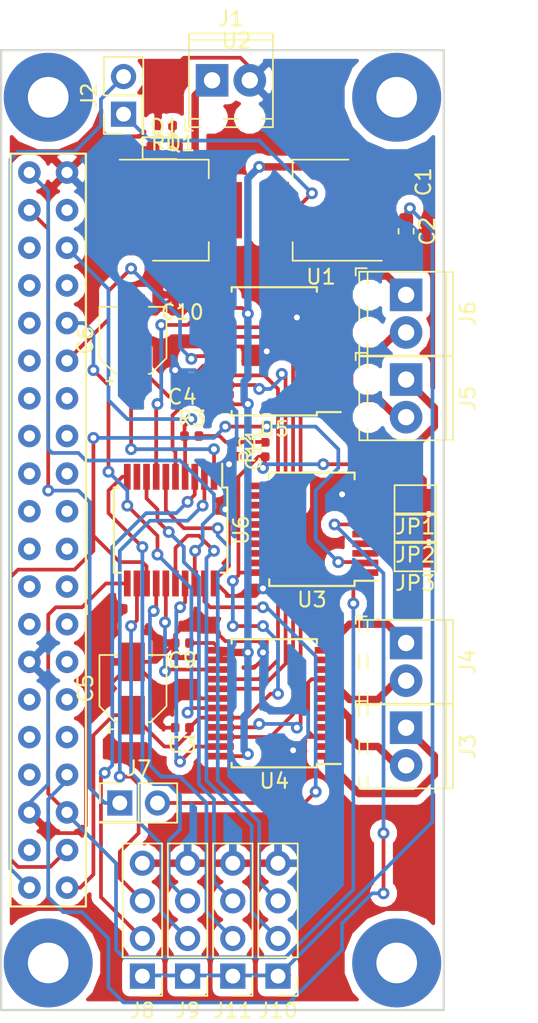
<source format=kicad_pcb>
(kicad_pcb (version 20171130) (host pcbnew "(5.0.0)")
  (layers (0 F.Cu signal) (31 B.Cu signal) (34 B.Paste user) (35 F.Paste user) (36 B.SilkS user) (37 F.SilkS user) (38 B.Mask user) (39 F.Mask user) (44 Edge.Cuts user))
  (net 0 "")
  (net 1 BAT-PROT+)
  (net 2 BAT-)
  (net 3 +5V)
  (net 4 +3V3)
  (net 5 "Net-(C11-Pad1)")
  (net 6 "Net-(D1-Pad2)")
  (net 7 BAT+)
  (net 8 "Net-(J2-Pad2)")
  (net 9 "Net-(J3-Pad2)")
  (net 10 "Net-(J3-Pad1)")
  (net 11 "Net-(J4-Pad1)")
  (net 12 "Net-(J4-Pad2)")
  (net 13 "Net-(J5-Pad2)")
  (net 14 "Net-(J5-Pad1)")
  (net 15 "Net-(J6-Pad1)")
  (net 16 "Net-(J6-Pad2)")
  (net 17 ICSP_DAT)
  (net 18 "Net-(J7-Pad2)")
  (net 19 MCLR)
  (net 20 ICSP_CLK)
  (net 21 "Net-(U2-Pad37)")
  (net 22 "Net-(U2-Pad36)")
  (net 23 "Net-(U2-Pad33)")
  (net 24 "Net-(U2-Pad32)")
  (net 25 EN2)
  (net 26 EN1)
  (net 27 "Net-(U2-Pad28)")
  (net 28 "Net-(U2-Pad27)")
  (net 29 "Net-(U2-Pad26)")
  (net 30 "Net-(U2-Pad24)")
  (net 31 "Net-(U2-Pad23)")
  (net 32 "Net-(U2-Pad22)")
  (net 33 "Net-(U2-Pad21)")
  (net 34 "Net-(U2-Pad20)")
  (net 35 "Net-(U2-Pad19)")
  (net 36 "Net-(U2-Pad18)")
  (net 37 "Net-(U2-Pad17)")
  (net 38 "Net-(U2-Pad16)")
  (net 39 "Net-(U2-Pad15)")
  (net 40 "Net-(U2-Pad13)")
  (net 41 "Net-(U2-Pad12)")
  (net 42 "Net-(U2-Pad11)")
  (net 43 "Net-(U2-Pad10)")
  (net 44 "Net-(U2-Pad8)")
  (net 45 RES)
  (net 46 SCL)
  (net 47 "Net-(U2-Pad4)")
  (net 48 SDA)
  (net 49 "Net-(U3-Pad8)")
  (net 50 INA1)
  (net 51 INA2)
  (net 52 INB1)
  (net 53 INB2)
  (net 54 INA3)
  (net 55 INA4)
  (net 56 INB3)
  (net 57 INB4)
  (net 58 PWM3)
  (net 59 PWM4)
  (net 60 PWM2)
  (net 61 PWM1)
  (net 62 "Net-(U6-Pad9)")
  (net 63 "Net-(JP1-Pad2)")
  (net 64 "Net-(JP2-Pad2)")
  (net 65 "Net-(JP3-Pad2)")
  (net 66 A1)
  (net 67 B1)
  (net 68 B2)
  (net 69 A2)
  (net 70 A3)
  (net 71 B3)
  (net 72 B4)
  (net 73 A4)
  (net 74 "Net-(U2-Pad34)")
  (net 75 "Net-(U2-Pad30)")
  (net 76 "Net-(U2-Pad25)")
  (net 77 "Net-(U2-Pad9)")
  (module Package_SO:SSOP-20_5.3x7.2mm_P0.65mm (layer F.Cu) (at 118.745 94.615 270)
    (fp_text reference U6 (at 0 -4.75 270) (layer F.SilkS))
    (fp_text value PIC16F1509-ISS)
    (pad 20 smd rect (at 3.6 -2.925 270) (size 1.75 0.45) (layers F.Cu F.Paste F.Mask) (net 2 BAT-))
    (pad 19 smd rect (at 3.6 -2.275 270) (size 1.75 0.45) (layers F.Cu F.Paste F.Mask) (net 18 "Net-(J7-Pad2)"))
    (pad 18 smd rect (at 3.6 -1.625 270) (size 1.75 0.45) (layers F.Cu F.Paste F.Mask) (net 20 ICSP_CLK))
    (pad 17 smd rect (at 3.6 -0.975 270) (size 1.75 0.45) (layers F.Cu F.Paste F.Mask) (net 58 PWM3))
    (pad 16 smd rect (at 3.6 -0.325 270) (size 1.75 0.45) (layers F.Cu F.Paste F.Mask) (net 70 A3))
    (pad 15 smd rect (at 3.6 0.325 270) (size 1.75 0.45) (layers F.Cu F.Paste F.Mask) (net 59 PWM4))
    (pad 14 smd rect (at 3.6 0.975 270) (size 1.75 0.45) (layers F.Cu F.Paste F.Mask) (net 73 A4))
    (pad 13 smd rect (at 3.6 1.625 270) (size 1.75 0.45) (layers F.Cu F.Paste F.Mask) (net 48 SDA))
    (pad 12 smd rect (at 3.6 2.275 270) (size 1.75 0.45) (layers F.Cu F.Paste F.Mask) (net 69 A2))
    (pad 11 smd rect (at 3.6 2.925 270) (size 1.75 0.45) (layers F.Cu F.Paste F.Mask) (net 46 SCL))
    (pad 10 smd rect (at -3.6 2.925 270) (size 1.75 0.45) (layers F.Cu F.Paste F.Mask) (net 68 B2))
    (pad 9 smd rect (at -3.6 2.275 270) (size 1.75 0.45) (layers F.Cu F.Paste F.Mask) (net 62 "Net-(U6-Pad9)"))
    (pad 8 smd rect (at -3.6 1.625 270) (size 1.75 0.45) (layers F.Cu F.Paste F.Mask) (net 72 B4))
    (pad 7 smd rect (at -3.6 0.975 270) (size 1.75 0.45) (layers F.Cu F.Paste F.Mask) (net 60 PWM2))
    (pad 6 smd rect (at -3.6 0.325 270) (size 1.75 0.45) (layers F.Cu F.Paste F.Mask) (net 71 B3))
    (pad 5 smd rect (at -3.6 -0.325 270) (size 1.75 0.45) (layers F.Cu F.Paste F.Mask) (net 61 PWM1))
    (pad 4 smd rect (at -3.6 -0.975 270) (size 1.75 0.45) (layers F.Cu F.Paste F.Mask) (net 19 MCLR))
    (pad 3 smd rect (at -3.6 -1.625 270) (size 1.75 0.45) (layers F.Cu F.Paste F.Mask) (net 66 A1))
    (pad 2 smd rect (at -3.6 -2.275 270) (size 1.75 0.45) (layers F.Cu F.Paste F.Mask) (net 67 B1))
    (pad 1 smd rect (at -3.6 -2.925 270) (size 1.75 0.45) (layers F.Cu F.Paste F.Mask) (net 4 +3V3))
  )
  (module Package_SO:SSOP-20_5.3x7.2mm_P0.65mm (layer F.Cu) (at 128.27 94.559 180)
    (fp_text reference U3 (at 0 -4.75 180) (layer F.SilkS))
    (fp_text value MCP23008_SSOP)
    (pad 1 smd rect (at -3.6 -2.925 180) (size 1.75 0.45) (layers F.Cu F.Paste F.Mask) (net 46 SCL))
    (pad 2 smd rect (at -3.6 -2.275 180) (size 1.75 0.45) (layers F.Cu F.Paste F.Mask) (net 48 SDA))
    (pad 3 smd rect (at -3.6 -1.625 180) (size 1.75 0.45) (layers F.Cu F.Paste F.Mask) (net 65 "Net-(JP3-Pad2)"))
    (pad 4 smd rect (at -3.6 -0.975 180) (size 1.75 0.45) (layers F.Cu F.Paste F.Mask) (net 64 "Net-(JP2-Pad2)"))
    (pad 5 smd rect (at -3.6 -0.325 180) (size 1.75 0.45) (layers F.Cu F.Paste F.Mask) (net 63 "Net-(JP1-Pad2)"))
    (pad 6 smd rect (at -3.6 0.325 180) (size 1.75 0.45) (layers F.Cu F.Paste F.Mask) (net 45 RES))
    (pad 7 smd rect (at -3.6 0.975 180) (size 1.75 0.45) (layers F.Cu F.Paste F.Mask))
    (pad 8 smd rect (at -3.6 1.625 180) (size 1.75 0.45) (layers F.Cu F.Paste F.Mask) (net 49 "Net-(U3-Pad8)"))
    (pad 9 smd rect (at -3.6 2.275 180) (size 1.75 0.45) (layers F.Cu F.Paste F.Mask) (net 2 BAT-))
    (pad 10 smd rect (at -3.6 2.925 180) (size 1.75 0.45) (layers F.Cu F.Paste F.Mask))
    (pad 11 smd rect (at 3.6 2.925 180) (size 1.75 0.45) (layers F.Cu F.Paste F.Mask))
    (pad 12 smd rect (at 3.6 2.275 180) (size 1.75 0.45) (layers F.Cu F.Paste F.Mask) (net 50 INA1))
    (pad 13 smd rect (at 3.6 1.625 180) (size 1.75 0.45) (layers F.Cu F.Paste F.Mask) (net 51 INA2))
    (pad 14 smd rect (at 3.6 0.975 180) (size 1.75 0.45) (layers F.Cu F.Paste F.Mask) (net 52 INB1))
    (pad 15 smd rect (at 3.6 0.325 180) (size 1.75 0.45) (layers F.Cu F.Paste F.Mask) (net 53 INB2))
    (pad 16 smd rect (at 3.6 -0.325 180) (size 1.75 0.45) (layers F.Cu F.Paste F.Mask) (net 54 INA3))
    (pad 17 smd rect (at 3.6 -0.975 180) (size 1.75 0.45) (layers F.Cu F.Paste F.Mask) (net 55 INA4))
    (pad 18 smd rect (at 3.6 -1.625 180) (size 1.75 0.45) (layers F.Cu F.Paste F.Mask) (net 56 INB3))
    (pad 19 smd rect (at 3.6 -2.275 180) (size 1.75 0.45) (layers F.Cu F.Paste F.Mask) (net 57 INB4))
    (pad 20 smd rect (at 3.6 -2.925 180) (size 1.75 0.45) (layers F.Cu F.Paste F.Mask) (net 4 +3V3))
  )
  (module Capacitor_SMD:C_0402_1005Metric (layer F.Cu) (at 134.62 71.12 270)
    (fp_text reference C1 (at 0 -1.17 270) (layer F.SilkS))
    (fp_text value 100nF)
    (pad 1 smd roundrect (at -0.485 0 270) (size 0.59 0.64) (layers F.Cu F.Paste F.Mask) (net 1 BAT-PROT+))
    (pad 2 smd roundrect (at 0.485 0 270) (size 0.59 0.64) (layers F.Cu F.Paste F.Mask) (net 2 BAT-))
  )
  (module Capacitor_SMD:C_0603_1608Metric (layer F.Cu) (at 134.62 74.4475 270)
    (fp_text reference C2 (at 0 -1.43 270) (layer F.SilkS))
    (fp_text value 10uF)
    (pad 1 smd roundrect (at -0.7875 0 270) (size 0.875 0.95) (layers F.Cu F.Paste F.Mask) (net 3 +5V))
    (pad 2 smd roundrect (at 0.7875 0 270) (size 0.875 0.95) (layers F.Cu F.Paste F.Mask) (net 2 BAT-))
  )
  (module Capacitor_SMD:C_0402_1005Metric (layer F.Cu) (at 119.53 107.95 180)
    (fp_text reference C3 (at 0 -1.17 180) (layer F.SilkS))
    (fp_text value 100nF)
    (pad 2 smd roundrect (at 0.485 0 180) (size 0.59 0.64) (layers F.Cu F.Paste F.Mask) (net 2 BAT-))
    (pad 1 smd roundrect (at -0.485 0 180) (size 0.59 0.64) (layers F.Cu F.Paste F.Mask) (net 4 +3V3))
  )
  (module Capacitor_SMD:C_0402_1005Metric (layer F.Cu) (at 119.53 84.455 180)
    (fp_text reference C4 (at 0 -1.17 180) (layer F.SilkS))
    (fp_text value 100nF)
    (pad 1 smd roundrect (at -0.485 0 180) (size 0.59 0.64) (layers F.Cu F.Paste F.Mask) (net 4 +3V3))
    (pad 2 smd roundrect (at 0.485 0 180) (size 0.59 0.64) (layers F.Cu F.Paste F.Mask) (net 2 BAT-))
  )
  (module Capacitor_SMD:CP_Elec_4x5.4 (layer F.Cu) (at 116.205 105.305 90)
    (fp_text reference C5 (at 0 -3.2 90) (layer F.SilkS))
    (fp_text value 10uF)
    (pad 2 smd rect (at 1.8 0 90) (size 2.6 1.6) (layers F.Cu F.Paste F.Mask) (net 2 BAT-))
    (pad 1 smd rect (at -1.8 0 90) (size 2.6 1.6) (layers F.Cu F.Paste F.Mask) (net 4 +3V3))
  )
  (module Capacitor_SMD:CP_Elec_4x5.4 (layer F.Cu) (at 116.205 81.81 90)
    (fp_text reference C6 (at 0 -3.2 90) (layer F.SilkS))
    (fp_text value 10uF)
    (pad 1 smd rect (at -1.8 0 90) (size 2.6 1.6) (layers F.Cu F.Paste F.Mask) (net 4 +3V3))
    (pad 2 smd rect (at 1.8 0 90) (size 2.6 1.6) (layers F.Cu F.Paste F.Mask) (net 2 BAT-))
  )
  (module Capacitor_SMD:C_0402_1005Metric (layer F.Cu) (at 119.53 102.235 180)
    (fp_text reference C9 (at 0 -1.17 180) (layer F.SilkS))
    (fp_text value 100nF)
    (pad 2 smd roundrect (at 0.485 0 180) (size 0.59 0.64) (layers F.Cu F.Paste F.Mask) (net 2 BAT-))
    (pad 1 smd roundrect (at -0.485 0 180) (size 0.59 0.64) (layers F.Cu F.Paste F.Mask) (net 1 BAT-PROT+))
  )
  (module Capacitor_SMD:C_0402_1005Metric (layer F.Cu) (at 119.53 78.74 180)
    (fp_text reference C10 (at 0 -1.17 180) (layer F.SilkS))
    (fp_text value 100nF)
    (pad 1 smd roundrect (at -0.485 0 180) (size 0.59 0.64) (layers F.Cu F.Paste F.Mask) (net 1 BAT-PROT+))
    (pad 2 smd roundrect (at 0.485 0 180) (size 0.59 0.64) (layers F.Cu F.Paste F.Mask) (net 2 BAT-))
  )
  (module Capacitor_SMD:C_0402_1005Metric (layer F.Cu) (at 123.19 89.154 270)
    (fp_text reference C11 (at 0 -1.17 270) (layer F.SilkS))
    (fp_text value 1uF)
    (pad 2 smd roundrect (at 0.485 0 270) (size 0.59 0.64) (layers F.Cu F.Paste F.Mask) (net 2 BAT-))
    (pad 1 smd roundrect (at -0.485 0 270) (size 0.59 0.64) (layers F.Cu F.Paste F.Mask) (net 5 "Net-(C11-Pad1)"))
  )
  (module Diode_SMD:D_0603_1608Metric (layer F.Cu) (at 118.3385 68.834)
    (fp_text reference D1 (at 0 -1.43) (layer F.SilkS))
    (fp_text value D_Schottky)
    (pad 1 smd roundrect (at -0.7875 0) (size 0.875 0.95) (layers F.Cu F.Paste F.Mask) (net 1 BAT-PROT+))
    (pad 2 smd roundrect (at 0.7875 0) (size 0.875 0.95) (layers F.Cu F.Paste F.Mask) (net 6 "Net-(D1-Pad2)"))
  )
  (module TerminalBlock_Phoenix:TerminalBlock_Phoenix_MPT-0,5-2-2.54_1x02_P2.54mm_Horizontal (layer F.Cu) (at 121.539 64.262)
    (fp_text reference J1 (at 1.27 -4.16) (layer F.SilkS))
    (fp_text value Screw_Terminal_01x02)
    (pad 1 thru_hole rect (at 0 0) (size 2.2 2.2) (drill 1.1) (layers *.Cu *.Mask) (net 7 BAT+))
    (pad "" np_thru_hole circle (at 0 2.54) (size 1.1 1.1) (drill 1.1) (layers *.Cu *.Mask))
    (pad 2 thru_hole circle (at 2.54 0) (size 2.2 2.2) (drill 1.1) (layers *.Cu *.Mask) (net 2 BAT-))
    (pad "" np_thru_hole circle (at 2.54 2.54) (size 1.1 1.1) (drill 1.1) (layers *.Cu *.Mask))
  )
  (module Connector_PinHeader_2.54mm:PinHeader_2x01_P2.54mm_Vertical (layer F.Cu) (at 115.57 66.548 90)
    (fp_text reference J2 (at 1.27 -2.33 90) (layer F.SilkS))
    (fp_text value Conn_02x01)
    (pad 2 thru_hole oval (at 2.54 0 90) (size 1.7 1.7) (drill 1) (layers *.Cu *.Mask) (net 8 "Net-(J2-Pad2)"))
    (pad 1 thru_hole rect (at 0 0 90) (size 1.7 1.7) (drill 1) (layers *.Cu *.Mask) (net 3 +5V))
  )
  (module TerminalBlock_Phoenix:TerminalBlock_Phoenix_MPT-0,5-2-2.54_1x02_P2.54mm_Horizontal (layer F.Cu) (at 134.62 107.95 270)
    (fp_text reference J3 (at 1.27 -4.16 270) (layer F.SilkS))
    (fp_text value Screw_Terminal_01x02)
    (pad "" np_thru_hole circle (at 2.54 2.54 270) (size 1.1 1.1) (drill 1.1) (layers *.Cu *.Mask))
    (pad 2 thru_hole circle (at 2.54 0 270) (size 2.2 2.2) (drill 1.1) (layers *.Cu *.Mask) (net 9 "Net-(J3-Pad2)"))
    (pad "" np_thru_hole circle (at 0 2.54 270) (size 1.1 1.1) (drill 1.1) (layers *.Cu *.Mask))
    (pad 1 thru_hole rect (at 0 0 270) (size 2.2 2.2) (drill 1.1) (layers *.Cu *.Mask) (net 10 "Net-(J3-Pad1)"))
  )
  (module TerminalBlock_Phoenix:TerminalBlock_Phoenix_MPT-0,5-2-2.54_1x02_P2.54mm_Horizontal (layer F.Cu) (at 134.62 102.235 270)
    (fp_text reference J4 (at 1.27 -4.16 270) (layer F.SilkS))
    (fp_text value Screw_Terminal_01x02)
    (pad 1 thru_hole rect (at 0 0 270) (size 2.2 2.2) (drill 1.1) (layers *.Cu *.Mask) (net 11 "Net-(J4-Pad1)"))
    (pad "" np_thru_hole circle (at 0 2.54 270) (size 1.1 1.1) (drill 1.1) (layers *.Cu *.Mask))
    (pad 2 thru_hole circle (at 2.54 0 270) (size 2.2 2.2) (drill 1.1) (layers *.Cu *.Mask) (net 12 "Net-(J4-Pad2)"))
    (pad "" np_thru_hole circle (at 2.54 2.54 270) (size 1.1 1.1) (drill 1.1) (layers *.Cu *.Mask))
  )
  (module TerminalBlock_Phoenix:TerminalBlock_Phoenix_MPT-0,5-2-2.54_1x02_P2.54mm_Horizontal (layer F.Cu) (at 134.62 84.455 270)
    (fp_text reference J5 (at 1.27 -4.16 270) (layer F.SilkS))
    (fp_text value Screw_Terminal_01x02)
    (pad "" np_thru_hole circle (at 2.54 2.54 270) (size 1.1 1.1) (drill 1.1) (layers *.Cu *.Mask))
    (pad 2 thru_hole circle (at 2.54 0 270) (size 2.2 2.2) (drill 1.1) (layers *.Cu *.Mask) (net 13 "Net-(J5-Pad2)"))
    (pad "" np_thru_hole circle (at 0 2.54 270) (size 1.1 1.1) (drill 1.1) (layers *.Cu *.Mask))
    (pad 1 thru_hole rect (at 0 0 270) (size 2.2 2.2) (drill 1.1) (layers *.Cu *.Mask) (net 14 "Net-(J5-Pad1)"))
  )
  (module TerminalBlock_Phoenix:TerminalBlock_Phoenix_MPT-0,5-2-2.54_1x02_P2.54mm_Horizontal (layer F.Cu) (at 134.62 78.74 270)
    (fp_text reference J6 (at 1.27 -4.16 270) (layer F.SilkS))
    (fp_text value Screw_Terminal_01x02)
    (pad 1 thru_hole rect (at 0 0 270) (size 2.2 2.2) (drill 1.1) (layers *.Cu *.Mask) (net 15 "Net-(J6-Pad1)"))
    (pad "" np_thru_hole circle (at 0 2.54 270) (size 1.1 1.1) (drill 1.1) (layers *.Cu *.Mask))
    (pad 2 thru_hole circle (at 2.54 0 270) (size 2.2 2.2) (drill 1.1) (layers *.Cu *.Mask) (net 16 "Net-(J6-Pad2)"))
    (pad "" np_thru_hole circle (at 2.54 2.54 270) (size 1.1 1.1) (drill 1.1) (layers *.Cu *.Mask))
  )
  (module Connector_PinHeader_2.54mm:PinHeader_2x01_P2.54mm_Vertical (layer F.Cu) (at 115.316 113.03)
    (fp_text reference J7 (at 1.27 -2.33) (layer F.SilkS))
    (fp_text value Conn_02x01)
    (pad 1 thru_hole rect (at 0 0) (size 1.7 1.7) (drill 1) (layers *.Cu *.Mask) (net 17 ICSP_DAT))
    (pad 2 thru_hole oval (at 2.54 0) (size 1.7 1.7) (drill 1) (layers *.Cu *.Mask) (net 18 "Net-(J7-Pad2)"))
  )
  (module Package_TO_SOT_SMD:SOT-223 (layer F.Cu) (at 119.405 73.025)
    (fp_text reference Q1 (at 0 -4.5) (layer F.SilkS))
    (fp_text value Q_NMOS_GDSD)
    (pad 4 smd rect (at 3.15 0) (size 2 3.8) (layers F.Cu F.Paste F.Mask) (net 7 BAT+))
    (pad 2 smd rect (at -3.15 0) (size 2 1.5) (layers F.Cu F.Paste F.Mask) (net 7 BAT+))
    (pad 3 smd rect (at -3.15 2.3) (size 2 1.5) (layers F.Cu F.Paste F.Mask) (net 1 BAT-PROT+))
    (pad 1 smd rect (at -3.15 -2.3) (size 2 1.5) (layers F.Cu F.Paste F.Mask) (net 6 "Net-(D1-Pad2)"))
  )
  (module Resistor_SMD:R_0402_1005Metric (layer F.Cu) (at 118.387 67.31 180)
    (fp_text reference R1 (at 0 -1.17 180) (layer F.SilkS))
    (fp_text value 10k)
    (pad 1 smd roundrect (at -0.485 0 180) (size 0.59 0.64) (layers F.Cu F.Paste F.Mask) (net 6 "Net-(D1-Pad2)"))
    (pad 2 smd roundrect (at 0.485 0 180) (size 0.59 0.64) (layers F.Cu F.Paste F.Mask) (net 2 BAT-))
  )
  (module Resistor_SMD:R_0402_1005Metric (layer F.Cu) (at 125.095 89.177 90)
    (fp_text reference R2 (at 0 -1.17 90) (layer F.SilkS))
    (fp_text value 10k)
    (pad 1 smd roundrect (at -0.485 0 90) (size 0.59 0.64) (layers F.Cu F.Paste F.Mask) (net 4 +3V3))
    (pad 2 smd roundrect (at 0.485 0 90) (size 0.59 0.64) (layers F.Cu F.Paste F.Mask) (net 5 "Net-(C11-Pad1)"))
  )
  (module Resistor_SMD:R_0402_1005Metric (layer F.Cu) (at 120.165 88.265)
    (fp_text reference R3 (at 0 -1.17) (layer F.SilkS))
    (fp_text value 470)
    (pad 2 smd roundrect (at 0.485 0) (size 0.59 0.64) (layers F.Cu F.Paste F.Mask) (net 5 "Net-(C11-Pad1)"))
    (pad 1 smd roundrect (at -0.485 0) (size 0.59 0.64) (layers F.Cu F.Paste F.Mask) (net 19 MCLR))
  )
  (module Package_TO_SOT_SMD:SOT-223-3_TabPin2 (layer F.Cu) (at 128.88 73.025 180)
    (fp_text reference U1 (at 0 -4.5 180) (layer F.SilkS))
    (fp_text value LD1117S50TR_SOT223)
    (pad 2 smd rect (at 3.15 0 180) (size 2 3.8) (layers F.Cu F.Paste F.Mask) (net 3 +5V))
    (pad 2 smd rect (at -3.15 0 180) (size 2 1.5) (layers F.Cu F.Paste F.Mask) (net 3 +5V))
    (pad 3 smd rect (at -3.15 2.3 180) (size 2 1.5) (layers F.Cu F.Paste F.Mask) (net 1 BAT-PROT+))
    (pad 1 smd rect (at -3.15 -2.3 180) (size 2 1.5) (layers F.Cu F.Paste F.Mask) (net 2 BAT-))
  )
  (module Package_SO:SSOP-24_5.3x8.2mm_P0.65mm (layer F.Cu) (at 125.73 106.299 180)
    (fp_text reference U4 (at 0 -5.25 180) (layer F.SilkS))
    (fp_text value TB6612FNG)
    (pad 24 smd rect (at 3.6 -3.575 180) (size 1.75 0.45) (layers F.Cu F.Paste F.Mask) (net 1 BAT-PROT+))
    (pad 23 smd rect (at 3.6 -2.925 180) (size 1.75 0.45) (layers F.Cu F.Paste F.Mask) (net 58 PWM3))
    (pad 22 smd rect (at 3.6 -2.275 180) (size 1.75 0.45) (layers F.Cu F.Paste F.Mask) (net 55 INA4))
    (pad 21 smd rect (at 3.6 -1.625 180) (size 1.75 0.45) (layers F.Cu F.Paste F.Mask) (net 54 INA3))
    (pad 20 smd rect (at 3.6 -0.975 180) (size 1.75 0.45) (layers F.Cu F.Paste F.Mask) (net 4 +3V3))
    (pad 19 smd rect (at 3.6 -0.325 180) (size 1.75 0.45) (layers F.Cu F.Paste F.Mask) (net 25 EN2))
    (pad 18 smd rect (at 3.6 0.325 180) (size 1.75 0.45) (layers F.Cu F.Paste F.Mask) (net 2 BAT-))
    (pad 17 smd rect (at 3.6 0.975 180) (size 1.75 0.45) (layers F.Cu F.Paste F.Mask) (net 56 INB3))
    (pad 16 smd rect (at 3.6 1.625 180) (size 1.75 0.45) (layers F.Cu F.Paste F.Mask) (net 57 INB4))
    (pad 15 smd rect (at 3.6 2.275 180) (size 1.75 0.45) (layers F.Cu F.Paste F.Mask) (net 59 PWM4))
    (pad 14 smd rect (at 3.6 2.925 180) (size 1.75 0.45) (layers F.Cu F.Paste F.Mask) (net 1 BAT-PROT+))
    (pad 13 smd rect (at 3.6 3.575 180) (size 1.75 0.45) (layers F.Cu F.Paste F.Mask) (net 1 BAT-PROT+))
    (pad 12 smd rect (at -3.6 3.575 180) (size 1.75 0.45) (layers F.Cu F.Paste F.Mask) (net 11 "Net-(J4-Pad1)"))
    (pad 11 smd rect (at -3.6 2.925 180) (size 1.75 0.45) (layers F.Cu F.Paste F.Mask) (net 11 "Net-(J4-Pad1)"))
    (pad 10 smd rect (at -3.6 2.275 180) (size 1.75 0.45) (layers F.Cu F.Paste F.Mask) (net 2 BAT-))
    (pad 9 smd rect (at -3.6 1.625 180) (size 1.75 0.45) (layers F.Cu F.Paste F.Mask) (net 2 BAT-))
    (pad 8 smd rect (at -3.6 0.975 180) (size 1.75 0.45) (layers F.Cu F.Paste F.Mask) (net 12 "Net-(J4-Pad2)"))
    (pad 7 smd rect (at -3.6 0.325 180) (size 1.75 0.45) (layers F.Cu F.Paste F.Mask) (net 12 "Net-(J4-Pad2)"))
    (pad 6 smd rect (at -3.6 -0.325 180) (size 1.75 0.45) (layers F.Cu F.Paste F.Mask) (net 9 "Net-(J3-Pad2)"))
    (pad 5 smd rect (at -3.6 -0.975 180) (size 1.75 0.45) (layers F.Cu F.Paste F.Mask) (net 9 "Net-(J3-Pad2)"))
    (pad 4 smd rect (at -3.6 -1.625 180) (size 1.75 0.45) (layers F.Cu F.Paste F.Mask) (net 2 BAT-))
    (pad 3 smd rect (at -3.6 -2.275 180) (size 1.75 0.45) (layers F.Cu F.Paste F.Mask) (net 2 BAT-))
    (pad 2 smd rect (at -3.6 -2.925 180) (size 1.75 0.45) (layers F.Cu F.Paste F.Mask) (net 10 "Net-(J3-Pad1)"))
    (pad 1 smd rect (at -3.6 -3.575 180) (size 1.75 0.45) (layers F.Cu F.Paste F.Mask) (net 10 "Net-(J3-Pad1)"))
  )
  (module Package_SO:SSOP-24_5.3x8.2mm_P0.65mm (layer F.Cu) (at 125.73 82.55 180)
    (fp_text reference U5 (at 0 -5.25 180) (layer F.SilkS))
    (fp_text value TB6612FNG)
    (pad 1 smd rect (at -3.6 -3.575 180) (size 1.75 0.45) (layers F.Cu F.Paste F.Mask) (net 14 "Net-(J5-Pad1)"))
    (pad 2 smd rect (at -3.6 -2.925 180) (size 1.75 0.45) (layers F.Cu F.Paste F.Mask) (net 14 "Net-(J5-Pad1)"))
    (pad 3 smd rect (at -3.6 -2.275 180) (size 1.75 0.45) (layers F.Cu F.Paste F.Mask) (net 2 BAT-))
    (pad 4 smd rect (at -3.6 -1.625 180) (size 1.75 0.45) (layers F.Cu F.Paste F.Mask) (net 2 BAT-))
    (pad 5 smd rect (at -3.6 -0.975 180) (size 1.75 0.45) (layers F.Cu F.Paste F.Mask) (net 13 "Net-(J5-Pad2)"))
    (pad 6 smd rect (at -3.6 -0.325 180) (size 1.75 0.45) (layers F.Cu F.Paste F.Mask) (net 13 "Net-(J5-Pad2)"))
    (pad 7 smd rect (at -3.6 0.325 180) (size 1.75 0.45) (layers F.Cu F.Paste F.Mask) (net 16 "Net-(J6-Pad2)"))
    (pad 8 smd rect (at -3.6 0.975 180) (size 1.75 0.45) (layers F.Cu F.Paste F.Mask) (net 16 "Net-(J6-Pad2)"))
    (pad 9 smd rect (at -3.6 1.625 180) (size 1.75 0.45) (layers F.Cu F.Paste F.Mask) (net 2 BAT-))
    (pad 10 smd rect (at -3.6 2.275 180) (size 1.75 0.45) (layers F.Cu F.Paste F.Mask) (net 2 BAT-))
    (pad 11 smd rect (at -3.6 2.925 180) (size 1.75 0.45) (layers F.Cu F.Paste F.Mask) (net 15 "Net-(J6-Pad1)"))
    (pad 12 smd rect (at -3.6 3.575 180) (size 1.75 0.45) (layers F.Cu F.Paste F.Mask) (net 15 "Net-(J6-Pad1)"))
    (pad 13 smd rect (at 3.6 3.575 180) (size 1.75 0.45) (layers F.Cu F.Paste F.Mask) (net 1 BAT-PROT+))
    (pad 14 smd rect (at 3.6 2.925 180) (size 1.75 0.45) (layers F.Cu F.Paste F.Mask) (net 1 BAT-PROT+))
    (pad 15 smd rect (at 3.6 2.275 180) (size 1.75 0.45) (layers F.Cu F.Paste F.Mask) (net 60 PWM2))
    (pad 16 smd rect (at 3.6 1.625 180) (size 1.75 0.45) (layers F.Cu F.Paste F.Mask) (net 53 INB2))
    (pad 17 smd rect (at 3.6 0.975 180) (size 1.75 0.45) (layers F.Cu F.Paste F.Mask) (net 52 INB1))
    (pad 18 smd rect (at 3.6 0.325 180) (size 1.75 0.45) (layers F.Cu F.Paste F.Mask) (net 2 BAT-))
    (pad 19 smd rect (at 3.6 -0.325 180) (size 1.75 0.45) (layers F.Cu F.Paste F.Mask) (net 26 EN1))
    (pad 20 smd rect (at 3.6 -0.975 180) (size 1.75 0.45) (layers F.Cu F.Paste F.Mask) (net 4 +3V3))
    (pad 21 smd rect (at 3.6 -1.625 180) (size 1.75 0.45) (layers F.Cu F.Paste F.Mask) (net 50 INA1))
    (pad 22 smd rect (at 3.6 -2.275 180) (size 1.75 0.45) (layers F.Cu F.Paste F.Mask) (net 51 INA2))
    (pad 23 smd rect (at 3.6 -2.925 180) (size 1.75 0.45) (layers F.Cu F.Paste F.Mask) (net 61 PWM1))
    (pad 24 smd rect (at 3.6 -3.575 180) (size 1.75 0.45) (layers F.Cu F.Paste F.Mask) (net 1 BAT-PROT+))
  )
  (module Jumper:SolderJumper-2_P1.3mm_Open_Pad1.0x1.5mm (layer F.Cu) (at 135.24 92.583 180)
    (fp_text reference JP1 (at 0 -1.8 180) (layer F.SilkS))
    (fp_text value SolderJumper_2_Open)
    (pad 2 smd rect (at 0.65 0 180) (size 1 1.5) (layers F.Cu F.Mask) (net 63 "Net-(JP1-Pad2)"))
    (pad 1 smd rect (at -0.65 0 180) (size 1 1.5) (layers F.Cu F.Mask) (net 4 +3V3))
  )
  (module Jumper:SolderJumper-2_P1.3mm_Open_Pad1.0x1.5mm (layer F.Cu) (at 135.24 94.488 180)
    (fp_text reference JP2 (at 0 -1.8 180) (layer F.SilkS))
    (fp_text value SolderJumper_2_Open)
    (pad 1 smd rect (at -0.65 0 180) (size 1 1.5) (layers F.Cu F.Mask) (net 4 +3V3))
    (pad 2 smd rect (at 0.65 0 180) (size 1 1.5) (layers F.Cu F.Mask) (net 64 "Net-(JP2-Pad2)"))
  )
  (module Jumper:SolderJumper-2_P1.3mm_Open_Pad1.0x1.5mm (layer F.Cu) (at 135.24 96.393 180)
    (fp_text reference JP3 (at 0 -1.8 180) (layer F.SilkS))
    (fp_text value SolderJumper_2_Open)
    (pad 2 smd rect (at 0.65 0 180) (size 1 1.5) (layers F.Cu F.Mask) (net 65 "Net-(JP3-Pad2)"))
    (pad 1 smd rect (at -0.65 0 180) (size 1 1.5) (layers F.Cu F.Mask) (net 4 +3V3))
  )
  (module Connector_PinHeader_2.54mm:PinHeader_1x04_P2.54mm_Vertical (layer F.Cu) (at 116.84 124.714 180)
    (fp_text reference J8 (at 0 -2.33 180) (layer F.SilkS))
    (fp_text value Conn_01x04_Female)
    (pad 1 thru_hole rect (at 0 0 180) (size 1.7 1.7) (drill 1) (layers *.Cu *.Mask) (net 3 +5V))
    (pad 2 thru_hole oval (at 0 2.54 180) (size 1.7 1.7) (drill 1) (layers *.Cu *.Mask) (net 66 A1))
    (pad 3 thru_hole oval (at 0 5.08 180) (size 1.7 1.7) (drill 1) (layers *.Cu *.Mask) (net 67 B1))
    (pad 4 thru_hole oval (at 0 7.62 180) (size 1.7 1.7) (drill 1) (layers *.Cu *.Mask) (net 2 BAT-))
  )
  (module Connector_PinHeader_2.54mm:PinHeader_1x04_P2.54mm_Vertical (layer F.Cu) (at 119.888 124.714 180)
    (fp_text reference J9 (at 0 -2.33 180) (layer F.SilkS))
    (fp_text value Conn_01x04_Female)
    (pad 4 thru_hole oval (at 0 7.62 180) (size 1.7 1.7) (drill 1) (layers *.Cu *.Mask) (net 2 BAT-))
    (pad 3 thru_hole oval (at 0 5.08 180) (size 1.7 1.7) (drill 1) (layers *.Cu *.Mask) (net 68 B2))
    (pad 2 thru_hole oval (at 0 2.54 180) (size 1.7 1.7) (drill 1) (layers *.Cu *.Mask) (net 69 A2))
    (pad 1 thru_hole rect (at 0 0 180) (size 1.7 1.7) (drill 1) (layers *.Cu *.Mask) (net 3 +5V))
  )
  (module Connector_PinHeader_2.54mm:PinHeader_1x04_P2.54mm_Vertical (layer F.Cu) (at 125.984 124.714 180)
    (fp_text reference J10 (at 0 -2.33 180) (layer F.SilkS))
    (fp_text value Conn_01x04_Female)
    (pad 1 thru_hole rect (at 0 0 180) (size 1.7 1.7) (drill 1) (layers *.Cu *.Mask) (net 3 +5V))
    (pad 2 thru_hole oval (at 0 2.54 180) (size 1.7 1.7) (drill 1) (layers *.Cu *.Mask) (net 70 A3))
    (pad 3 thru_hole oval (at 0 5.08 180) (size 1.7 1.7) (drill 1) (layers *.Cu *.Mask) (net 71 B3))
    (pad 4 thru_hole oval (at 0 7.62 180) (size 1.7 1.7) (drill 1) (layers *.Cu *.Mask) (net 2 BAT-))
  )
  (module Connector_PinHeader_2.54mm:PinHeader_1x04_P2.54mm_Vertical (layer F.Cu) (at 122.936 124.714 180)
    (fp_text reference J11 (at 0 -2.33 180) (layer F.SilkS))
    (fp_text value Conn_01x04_Female)
    (pad 4 thru_hole oval (at 0 7.62 180) (size 1.7 1.7) (drill 1) (layers *.Cu *.Mask) (net 2 BAT-))
    (pad 3 thru_hole oval (at 0 5.08 180) (size 1.7 1.7) (drill 1) (layers *.Cu *.Mask) (net 72 B4))
    (pad 2 thru_hole oval (at 0 2.54 180) (size 1.7 1.7) (drill 1) (layers *.Cu *.Mask) (net 73 A4))
    (pad 1 thru_hole rect (at 0 0 180) (size 1.7 1.7) (drill 1) (layers *.Cu *.Mask) (net 3 +5V))
  )
  (module Rob-5.0:RPi0_Template (layer F.Cu) (at 117.475 97.155)
    (fp_text reference U2 (at 5.715 -35.56) (layer F.SilkS))
    (fp_text value RPI0-Template)
    (pad "" thru_hole circle (at 16.51 -31.75) (size 6 6) (drill 2.74) (layers *.Cu *.Mask))
    (pad "" thru_hole circle (at 16.51 26.67) (size 6 6) (drill 2.74) (layers *.Cu *.Mask))
    (pad "" thru_hole circle (at -6.985 -31.75) (size 6 6) (drill 2.74) (layers *.Cu *.Mask))
    (pad "" thru_hole circle (at -6.985 26.67) (size 6 6) (drill 2.74) (layers *.Cu *.Mask))
    (pad 40 thru_hole circle (at -8.255 -26.67) (size 1.524 1.524) (drill 0.762) (layers *.Cu *.Mask) (net 20 ICSP_CLK))
    (pad 39 thru_hole circle (at -5.715 -26.67) (size 1.524 1.524) (drill 0.762) (layers *.Cu *.Mask) (net 2 BAT-))
    (pad 38 thru_hole circle (at -8.255 -24.13) (size 1.524 1.524) (drill 0.762) (layers *.Cu *.Mask) (net 17 ICSP_DAT))
    (pad 37 thru_hole circle (at -5.715 -24.13) (size 1.524 1.524) (drill 0.762) (layers *.Cu *.Mask) (net 21 "Net-(U2-Pad37)"))
    (pad 36 thru_hole circle (at -8.255 -21.59) (size 1.524 1.524) (drill 0.762) (layers *.Cu *.Mask) (net 22 "Net-(U2-Pad36)"))
    (pad 35 thru_hole circle (at -5.715 -21.59) (size 1.524 1.524) (drill 0.762) (layers *.Cu *.Mask) (net 19 MCLR))
    (pad 34 thru_hole circle (at -8.255 -19.05) (size 1.524 1.524) (drill 0.762) (layers *.Cu *.Mask) (net 74 "Net-(U2-Pad34)"))
    (pad 33 thru_hole circle (at -5.715 -19.05) (size 1.524 1.524) (drill 0.762) (layers *.Cu *.Mask) (net 23 "Net-(U2-Pad33)"))
    (pad 32 thru_hole circle (at -8.255 -16.51) (size 1.524 1.524) (drill 0.762) (layers *.Cu *.Mask) (net 24 "Net-(U2-Pad32)"))
    (pad 31 thru_hole circle (at -5.715 -16.51) (size 1.524 1.524) (drill 0.762) (layers *.Cu *.Mask) (net 25 EN2))
    (pad 30 thru_hole circle (at -8.255 -13.97) (size 1.524 1.524) (drill 0.762) (layers *.Cu *.Mask) (net 75 "Net-(U2-Pad30)"))
    (pad 29 thru_hole circle (at -5.715 -13.97) (size 1.524 1.524) (drill 0.762) (layers *.Cu *.Mask) (net 26 EN1))
    (pad 28 thru_hole circle (at -8.255 -11.43) (size 1.524 1.524) (drill 0.762) (layers *.Cu *.Mask) (net 27 "Net-(U2-Pad28)"))
    (pad 27 thru_hole circle (at -5.715 -11.43) (size 1.524 1.524) (drill 0.762) (layers *.Cu *.Mask) (net 28 "Net-(U2-Pad27)"))
    (pad 26 thru_hole circle (at -8.255 -8.89) (size 1.524 1.524) (drill 0.762) (layers *.Cu *.Mask) (net 29 "Net-(U2-Pad26)"))
    (pad 25 thru_hole circle (at -5.715 -8.89) (size 1.524 1.524) (drill 0.762) (layers *.Cu *.Mask) (net 76 "Net-(U2-Pad25)"))
    (pad 24 thru_hole circle (at -8.255 -6.35) (size 1.524 1.524) (drill 0.762) (layers *.Cu *.Mask) (net 30 "Net-(U2-Pad24)"))
    (pad 23 thru_hole circle (at -5.715 -6.35) (size 1.524 1.524) (drill 0.762) (layers *.Cu *.Mask) (net 31 "Net-(U2-Pad23)"))
    (pad 22 thru_hole circle (at -8.255 -3.81) (size 1.524 1.524) (drill 0.762) (layers *.Cu *.Mask) (net 32 "Net-(U2-Pad22)"))
    (pad 21 thru_hole circle (at -5.715 -3.81) (size 1.524 1.524) (drill 0.762) (layers *.Cu *.Mask) (net 33 "Net-(U2-Pad21)"))
    (pad 20 thru_hole circle (at -8.255 -1.27) (size 1.524 1.524) (drill 0.762) (layers *.Cu *.Mask) (net 34 "Net-(U2-Pad20)"))
    (pad 19 thru_hole circle (at -5.715 -1.27) (size 1.524 1.524) (drill 0.762) (layers *.Cu *.Mask) (net 35 "Net-(U2-Pad19)"))
    (pad 18 thru_hole circle (at -8.255 1.27) (size 1.524 1.524) (drill 0.762) (layers *.Cu *.Mask) (net 36 "Net-(U2-Pad18)"))
    (pad 17 thru_hole circle (at -5.715 1.27) (size 1.524 1.524) (drill 0.762) (layers *.Cu *.Mask) (net 37 "Net-(U2-Pad17)"))
    (pad 16 thru_hole circle (at -8.255 3.81) (size 1.524 1.524) (drill 0.762) (layers *.Cu *.Mask) (net 38 "Net-(U2-Pad16)"))
    (pad 15 thru_hole circle (at -5.715 3.81) (size 1.524 1.524) (drill 0.762) (layers *.Cu *.Mask) (net 39 "Net-(U2-Pad15)"))
    (pad 14 thru_hole circle (at -8.255 6.35) (size 1.524 1.524) (drill 0.762) (layers *.Cu *.Mask) (net 2 BAT-))
    (pad 13 thru_hole circle (at -5.715 6.35) (size 1.524 1.524) (drill 0.762) (layers *.Cu *.Mask) (net 40 "Net-(U2-Pad13)"))
    (pad 12 thru_hole circle (at -8.255 8.89) (size 1.524 1.524) (drill 0.762) (layers *.Cu *.Mask) (net 41 "Net-(U2-Pad12)"))
    (pad 11 thru_hole circle (at -5.715 8.89) (size 1.524 1.524) (drill 0.762) (layers *.Cu *.Mask) (net 42 "Net-(U2-Pad11)"))
    (pad 10 thru_hole circle (at -8.255 11.43) (size 1.524 1.524) (drill 0.762) (layers *.Cu *.Mask) (net 43 "Net-(U2-Pad10)"))
    (pad 9 thru_hole circle (at -5.715 11.43) (size 1.524 1.524) (drill 0.762) (layers *.Cu *.Mask) (net 77 "Net-(U2-Pad9)"))
    (pad 8 thru_hole circle (at -8.255 13.97) (size 1.524 1.524) (drill 0.762) (layers *.Cu *.Mask) (net 44 "Net-(U2-Pad8)"))
    (pad 7 thru_hole circle (at -5.715 13.97) (size 1.524 1.524) (drill 0.762) (layers *.Cu *.Mask) (net 45 RES))
    (pad 6 thru_hole circle (at -8.255 16.51) (size 1.524 1.524) (drill 0.762) (layers *.Cu *.Mask) (net 2 BAT-))
    (pad 5 thru_hole circle (at -5.715 16.51) (size 1.524 1.524) (drill 0.762) (layers *.Cu *.Mask) (net 46 SCL))
    (pad 4 thru_hole circle (at -8.255 19.05) (size 1.524 1.524) (drill 0.762) (layers *.Cu *.Mask) (net 47 "Net-(U2-Pad4)"))
    (pad 3 thru_hole circle (at -5.715 19.05) (size 1.524 1.524) (drill 0.762) (layers *.Cu *.Mask) (net 48 SDA))
    (pad 2 thru_hole circle (at -8.255 21.59) (size 1.524 1.524) (drill 0.762) (layers *.Cu *.Mask) (net 8 "Net-(J2-Pad2)"))
    (pad 1 thru_hole circle (at -5.715 21.59) (size 1.524 1.524) (drill 0.762) (layers *.Cu *.Mask) (net 4 +3V3))
  )
  (gr_line (start 107.315 127) (end 107.315 62.23) (layer Edge.Cuts) (width 0.15))
  (gr_line (start 137.16 127) (end 107.315 127) (layer Edge.Cuts) (width 0.15))
  (gr_line (start 137.16 62.23) (end 137.16 127) (layer Edge.Cuts) (width 0.15))
  (gr_line (start 107.315 62.23) (end 137.16 62.23) (layer Edge.Cuts) (width 0.15))
  (segment (start 134.53 70.725) (end 134.62 70.635) (width 0.25) (layer F.Cu) (net 1))
  (segment (start 132.03 70.725) (end 134.53 70.725) (width 0.25) (layer F.Cu) (net 1))
  (segment (start 121.895 78.74) (end 122.13 78.975) (width 0.25) (layer F.Cu) (net 1))
  (segment (start 120.015 78.74) (end 121.895 78.74) (width 0.25) (layer F.Cu) (net 1))
  (segment (start 122.13 79.625) (end 122.13 78.975) (width 0.25) (layer F.Cu) (net 1))
  (segment (start 121.641 102.235) (end 122.13 102.724) (width 0.25) (layer F.Cu) (net 1))
  (segment (start 120.015 102.235) (end 121.641 102.235) (width 0.25) (layer F.Cu) (net 1))
  (via (at 123.952 80.01) (size 0.8) (drill 0.4) (layers F.Cu B.Cu) (net 1))
  (segment (start 122.13 79.625) (end 123.567 79.625) (width 0.25) (layer F.Cu) (net 1))
  (segment (start 123.567 79.625) (end 123.952 80.01) (width 0.25) (layer F.Cu) (net 1))
  (segment (start 116.255 75.325) (end 119.521 75.325) (width 0.5) (layer F.Cu) (net 1))
  (segment (start 122.13 77.934) (end 122.13 78.975) (width 0.5) (layer F.Cu) (net 1))
  (segment (start 119.521 75.325) (end 122.13 77.934) (width 0.5) (layer F.Cu) (net 1))
  (via (at 124.714 70.104) (size 0.8) (drill 0.4) (layers F.Cu B.Cu) (net 1))
  (segment (start 123.952 80.01) (end 123.952 70.866) (width 0.5) (layer B.Cu) (net 1))
  (segment (start 123.952 70.866) (end 124.714 70.104) (width 0.5) (layer B.Cu) (net 1))
  (segment (start 131.409 70.104) (end 132.03 70.725) (width 0.5) (layer F.Cu) (net 1))
  (segment (start 124.714 70.104) (end 131.409 70.104) (width 0.5) (layer F.Cu) (net 1))
  (segment (start 123.952 80.01) (end 123.952 84.328) (width 0.5) (layer B.Cu) (net 1))
  (segment (start 123.952 84.328) (end 123.698 84.582) (width 0.5) (layer B.Cu) (net 1))
  (via (at 123.952 86.106) (size 0.8) (drill 0.4) (layers F.Cu B.Cu) (net 1))
  (segment (start 123.698 84.582) (end 123.698 85.852) (width 0.5) (layer B.Cu) (net 1))
  (segment (start 123.698 85.852) (end 123.952 86.106) (width 0.5) (layer B.Cu) (net 1))
  (segment (start 123.933 86.125) (end 123.952 86.106) (width 0.25) (layer F.Cu) (net 1))
  (segment (start 122.13 86.125) (end 123.933 86.125) (width 0.25) (layer F.Cu) (net 1))
  (via (at 123.952 102.87) (size 0.8) (drill 0.4) (layers F.Cu B.Cu) (net 1))
  (segment (start 123.952 86.106) (end 123.952 102.87) (width 0.5) (layer B.Cu) (net 1))
  (segment (start 122.276 102.87) (end 122.13 102.724) (width 0.5) (layer F.Cu) (net 1))
  (segment (start 123.952 102.87) (end 122.276 102.87) (width 0.5) (layer F.Cu) (net 1))
  (segment (start 123.952 102.87) (end 123.952 106.934) (width 0.5) (layer B.Cu) (net 1))
  (segment (start 123.952 106.934) (end 123.698 107.188) (width 0.5) (layer B.Cu) (net 1))
  (via (at 123.952 109.728) (size 0.8) (drill 0.4) (layers F.Cu B.Cu) (net 1))
  (segment (start 123.698 107.188) (end 123.698 109.474) (width 0.5) (layer B.Cu) (net 1))
  (segment (start 123.698 109.474) (end 123.952 109.728) (width 0.5) (layer B.Cu) (net 1))
  (segment (start 123.806 109.874) (end 123.952 109.728) (width 0.25) (layer F.Cu) (net 1))
  (segment (start 122.13 109.874) (end 123.806 109.874) (width 0.25) (layer F.Cu) (net 1))
  (segment (start 117.551 68.834) (end 115.57 68.834) (width 0.25) (layer F.Cu) (net 1))
  (segment (start 115.57 68.834) (end 114.554 69.85) (width 0.25) (layer F.Cu) (net 1))
  (segment (start 114.554 73.624) (end 116.255 75.325) (width 0.25) (layer F.Cu) (net 1))
  (segment (start 114.554 69.85) (end 114.554 73.624) (width 0.25) (layer F.Cu) (net 1))
  (segment (start 122.13 102.724) (end 122.13 103.374) (width 0.25) (layer F.Cu) (net 1))
  (segment (start 132.12 75.235) (end 132.03 75.325) (width 0.25) (layer F.Cu) (net 2))
  (segment (start 134.62 75.235) (end 132.12 75.235) (width 0.25) (layer F.Cu) (net 2))
  (segment (start 129.33 80.275) (end 129.33 80.925) (width 0.25) (layer F.Cu) (net 2))
  (segment (start 129.33 84.175) (end 129.33 84.825) (width 0.25) (layer F.Cu) (net 2))
  (segment (start 117.775 103.505) (end 119.045 102.235) (width 0.25) (layer F.Cu) (net 2))
  (segment (start 116.205 103.505) (end 117.775 103.505) (width 0.25) (layer F.Cu) (net 2))
  (segment (start 117.775 80.01) (end 119.045 78.74) (width 0.25) (layer F.Cu) (net 2))
  (segment (start 116.205 80.01) (end 117.775 80.01) (width 0.25) (layer F.Cu) (net 2))
  (segment (start 129.33 80.925) (end 128.371 80.925) (width 0.25) (layer F.Cu) (net 2))
  (segment (start 128.371 80.925) (end 128.016 81.28) (width 0.25) (layer F.Cu) (net 2))
  (segment (start 128.016 81.28) (end 128.016 84.074) (width 0.25) (layer F.Cu) (net 2))
  (segment (start 128.117 84.175) (end 129.33 84.175) (width 0.25) (layer F.Cu) (net 2))
  (segment (start 128.016 84.074) (end 128.117 84.175) (width 0.25) (layer F.Cu) (net 2))
  (segment (start 119.959 82.225) (end 122.13 82.225) (width 0.25) (layer F.Cu) (net 2))
  (segment (start 116.205 80.01) (end 116.205 80.645) (width 0.25) (layer F.Cu) (net 2))
  (segment (start 117.785 82.225) (end 119.959 82.225) (width 0.25) (layer F.Cu) (net 2))
  (segment (start 116.205 80.645) (end 117.785 82.225) (width 0.25) (layer F.Cu) (net 2))
  (segment (start 124.079 64.008) (end 124.079 63.51901) (width 0.25) (layer F.Cu) (net 2))
  (segment (start 124.079 64.262) (end 124.079 63.373) (width 0.25) (layer F.Cu) (net 2))
  (segment (start 124.079 63.373) (end 123.444 62.738) (width 0.25) (layer F.Cu) (net 2))
  (segment (start 123.444 62.738) (end 119.634 62.738) (width 0.25) (layer F.Cu) (net 2))
  (segment (start 117.902 64.47) (end 117.902 67.31) (width 0.25) (layer F.Cu) (net 2))
  (segment (start 119.634 62.738) (end 117.902 64.47) (width 0.25) (layer F.Cu) (net 2))
  (segment (start 119.451 82.225) (end 119.959 82.225) (width 0.25) (layer F.Cu) (net 2))
  (segment (start 119.045 82.631) (end 119.451 82.225) (width 0.25) (layer F.Cu) (net 2))
  (segment (start 117.602 104.902) (end 116.205 103.505) (width 0.25) (layer F.Cu) (net 2))
  (segment (start 117.602 107.188) (end 117.602 104.902) (width 0.25) (layer F.Cu) (net 2))
  (segment (start 119.045 107.95) (end 118.364 107.95) (width 0.25) (layer F.Cu) (net 2))
  (segment (start 118.364 107.95) (end 117.602 107.188) (width 0.25) (layer F.Cu) (net 2))
  (segment (start 118.674 105.974) (end 117.602 104.902) (width 0.25) (layer F.Cu) (net 2))
  (segment (start 122.13 105.974) (end 118.674 105.974) (width 0.25) (layer F.Cu) (net 2))
  (segment (start 129.33 104.674) (end 128.244 104.674) (width 0.25) (layer F.Cu) (net 2))
  (segment (start 128.244 104.674) (end 128.016 104.902) (width 0.25) (layer F.Cu) (net 2))
  (segment (start 128.016 104.902) (end 128.016 108.204) (width 0.25) (layer F.Cu) (net 2))
  (segment (start 128.386 108.574) (end 129.33 108.574) (width 0.25) (layer F.Cu) (net 2))
  (segment (start 128.016 108.204) (end 128.386 108.574) (width 0.25) (layer F.Cu) (net 2))
  (segment (start 129.33 107.924) (end 129.33 108.574) (width 0.25) (layer F.Cu) (net 2))
  (segment (start 129.33 104.674) (end 129.33 104.024) (width 0.25) (layer F.Cu) (net 2))
  (via (at 125.222 82.55) (size 0.8) (drill 0.4) (layers F.Cu B.Cu) (net 2))
  (segment (start 122.13 82.225) (end 124.897 82.225) (width 0.25) (layer F.Cu) (net 2))
  (segment (start 124.897 82.225) (end 125.222 82.55) (width 0.25) (layer F.Cu) (net 2))
  (via (at 127.254 80.264) (size 0.8) (drill 0.4) (layers F.Cu B.Cu) (net 2))
  (segment (start 125.222 82.55) (end 127.254 80.518) (width 0.25) (layer B.Cu) (net 2))
  (segment (start 127.254 80.518) (end 127.254 80.264) (width 0.25) (layer B.Cu) (net 2))
  (segment (start 129.319 80.264) (end 129.33 80.275) (width 0.25) (layer F.Cu) (net 2))
  (segment (start 127.254 80.264) (end 129.319 80.264) (width 0.25) (layer F.Cu) (net 2))
  (segment (start 121.67 98.215) (end 121.749 98.215) (width 0.25) (layer F.Cu) (net 2))
  (segment (start 121.67 98.215) (end 121.67 98.04) (width 0.25) (layer F.Cu) (net 2))
  (segment (start 121.67 98.04) (end 122.682 97.028) (width 0.25) (layer F.Cu) (net 2))
  (via (at 122.428 93.218) (size 0.8) (drill 0.4) (layers F.Cu B.Cu) (net 2))
  (segment (start 122.682 97.028) (end 122.682 93.472) (width 0.25) (layer F.Cu) (net 2))
  (segment (start 122.682 93.472) (end 122.428 93.218) (width 0.25) (layer F.Cu) (net 2))
  (via (at 122.682 90.17) (size 0.8) (drill 0.4) (layers F.Cu B.Cu) (net 2))
  (segment (start 122.428 93.218) (end 122.682 92.964) (width 0.25) (layer B.Cu) (net 2))
  (segment (start 122.682 92.964) (end 122.682 90.17) (width 0.25) (layer B.Cu) (net 2))
  (segment (start 122.682 90.147) (end 123.19 89.639) (width 0.25) (layer F.Cu) (net 2))
  (segment (start 122.682 90.17) (end 122.682 90.147) (width 0.25) (layer F.Cu) (net 2))
  (segment (start 122.682 90.17) (end 122.682 89.154) (width 0.25) (layer B.Cu) (net 2))
  (segment (start 122.682 89.154) (end 123.19 88.646) (width 0.25) (layer B.Cu) (net 2))
  (segment (start 123.19 88.646) (end 123.19 86.614) (width 0.25) (layer B.Cu) (net 2))
  (via (at 119.045 83.82) (size 0.8) (drill 0.4) (layers F.Cu B.Cu) (net 2))
  (segment (start 120.396 83.82) (end 119.045 83.82) (width 0.25) (layer B.Cu) (net 2))
  (segment (start 123.19 86.614) (end 120.396 83.82) (width 0.25) (layer B.Cu) (net 2))
  (segment (start 119.045 84.455) (end 119.045 83.82) (width 0.25) (layer F.Cu) (net 2))
  (segment (start 119.045 83.82) (end 119.045 82.631) (width 0.25) (layer F.Cu) (net 2))
  (via (at 130.302 92.202) (size 0.8) (drill 0.4) (layers F.Cu B.Cu) (net 2))
  (segment (start 131.87 92.284) (end 130.384 92.284) (width 0.25) (layer F.Cu) (net 2))
  (segment (start 130.384 92.284) (end 130.302 92.202) (width 0.25) (layer F.Cu) (net 2))
  (segment (start 119.045 102.235) (end 119.045 101.935) (width 0.25) (layer F.Cu) (net 2))
  (segment (start 119.045 102.235) (end 119.045 101.681) (width 0.25) (layer F.Cu) (net 2))
  (segment (start 119.045 101.681) (end 119.38 101.346) (width 0.25) (layer F.Cu) (net 2))
  (segment (start 119.38 101.346) (end 121.666 101.346) (width 0.25) (layer F.Cu) (net 2))
  (segment (start 121.666 101.346) (end 122.428 102.108) (width 0.25) (layer F.Cu) (net 2))
  (segment (start 122.428 102.108) (end 124.714 102.108) (width 0.25) (layer F.Cu) (net 2))
  (via (at 124.968 102.87) (size 0.8) (drill 0.4) (layers F.Cu B.Cu) (net 2))
  (segment (start 124.714 102.108) (end 124.968 102.362) (width 0.25) (layer F.Cu) (net 2))
  (segment (start 124.968 102.362) (end 124.968 102.87) (width 0.25) (layer F.Cu) (net 2))
  (segment (start 124.968 102.87) (end 124.968 106.172) (width 0.25) (layer B.Cu) (net 2))
  (segment (start 124.968 106.172) (end 125.476 106.68) (width 0.25) (layer B.Cu) (net 2))
  (segment (start 125.476 106.68) (end 127.762 106.68) (width 0.25) (layer B.Cu) (net 2))
  (segment (start 127.762 106.68) (end 128.016 106.934) (width 0.25) (layer B.Cu) (net 2))
  (via (at 127 109.474) (size 0.8) (drill 0.4) (layers F.Cu B.Cu) (net 2))
  (segment (start 128.016 106.934) (end 128.016 108.458) (width 0.25) (layer B.Cu) (net 2))
  (segment (start 128.016 108.458) (end 127 109.474) (width 0.25) (layer B.Cu) (net 2))
  (segment (start 127.9 108.574) (end 129.33 108.574) (width 0.25) (layer F.Cu) (net 2))
  (segment (start 127 109.474) (end 127.9 108.574) (width 0.25) (layer F.Cu) (net 2))
  (segment (start 121.67 98.215) (end 121.837 98.215) (width 0.25) (layer F.Cu) (net 2))
  (segment (start 121.837 98.215) (end 122.682 99.06) (width 0.25) (layer F.Cu) (net 2))
  (via (at 124.968 98.552) (size 0.8) (drill 0.4) (layers F.Cu B.Cu) (net 2))
  (segment (start 122.682 99.06) (end 124.46 99.06) (width 0.25) (layer F.Cu) (net 2))
  (segment (start 124.46 99.06) (end 124.968 98.552) (width 0.25) (layer F.Cu) (net 2))
  (segment (start 124.968 98.552) (end 129.794 103.378) (width 0.25) (layer B.Cu) (net 2))
  (segment (start 129.794 103.378) (end 129.794 112.776) (width 0.25) (layer B.Cu) (net 2))
  (segment (start 129.794 112.776) (end 129.032 113.538) (width 0.25) (layer B.Cu) (net 2))
  (segment (start 129.032 113.538) (end 128.016 113.538) (width 0.25) (layer B.Cu) (net 2))
  (segment (start 127 112.522) (end 127 109.474) (width 0.25) (layer B.Cu) (net 2))
  (segment (start 128.016 113.538) (end 127 112.522) (width 0.25) (layer B.Cu) (net 2))
  (segment (start 110.49 104.648) (end 110.49 111.76) (width 0.25) (layer B.Cu) (net 2))
  (segment (start 109.22 113.03) (end 109.22 113.665) (width 0.25) (layer B.Cu) (net 2))
  (segment (start 109.347 103.505) (end 110.49 104.648) (width 0.25) (layer B.Cu) (net 2))
  (segment (start 109.22 103.505) (end 109.347 103.505) (width 0.25) (layer B.Cu) (net 2))
  (segment (start 110.49 111.76) (end 109.22 113.03) (width 0.25) (layer B.Cu) (net 2))
  (segment (start 110.617 115.062) (end 109.22 113.665) (width 0.25) (layer F.Cu) (net 2))
  (segment (start 112.522 115.062) (end 110.617 115.062) (width 0.25) (layer F.Cu) (net 2))
  (segment (start 113.03 114.554) (end 112.522 115.062) (width 0.25) (layer F.Cu) (net 2))
  (segment (start 116.205 103.505) (end 113.03 106.68) (width 0.25) (layer F.Cu) (net 2))
  (segment (start 113.03 106.68) (end 113.03 114.554) (width 0.25) (layer F.Cu) (net 2))
  (segment (start 132.665 73.66) (end 132.03 73.025) (width 0.25) (layer F.Cu) (net 3))
  (segment (start 134.62 73.66) (end 132.665 73.66) (width 0.25) (layer F.Cu) (net 3))
  (segment (start 132.03 73.025) (end 125.73 73.025) (width 0.25) (layer F.Cu) (net 3))
  (segment (start 117.602 124.666999) (end 120.668999 124.666999) (width 0.25) (layer B.Cu) (net 3))
  (segment (start 120.668999 124.666999) (end 123.698 124.666999) (width 0.25) (layer B.Cu) (net 3))
  (segment (start 123.698 124.666999) (end 126.746 124.666999) (width 0.25) (layer B.Cu) (net 3))
  (via (at 128.27 71.882) (size 0.8) (drill 0.4) (layers F.Cu B.Cu) (net 3))
  (segment (start 125.73 73.025) (end 127.127 73.025) (width 0.25) (layer F.Cu) (net 3))
  (segment (start 127.127 73.025) (end 128.27 71.882) (width 0.25) (layer F.Cu) (net 3))
  (segment (start 128.27 71.882) (end 124.714 68.326) (width 0.25) (layer B.Cu) (net 3))
  (segment (start 117.348 68.326) (end 115.57 66.548) (width 0.25) (layer B.Cu) (net 3))
  (segment (start 124.714 68.326) (end 117.348 68.326) (width 0.25) (layer B.Cu) (net 3))
  (segment (start 136.398 114.3) (end 125.984 124.714) (width 0.25) (layer B.Cu) (net 3))
  (via (at 134.874 72.898) (size 0.8) (drill 0.4) (layers F.Cu B.Cu) (net 3))
  (segment (start 134.62 73.66) (end 134.62 73.152) (width 0.25) (layer F.Cu) (net 3))
  (segment (start 134.62 73.152) (end 134.874 72.898) (width 0.25) (layer F.Cu) (net 3))
  (segment (start 136.398 74.422) (end 136.398 114.3) (width 0.25) (layer B.Cu) (net 3))
  (segment (start 134.874 72.898) (end 136.398 74.422) (width 0.25) (layer B.Cu) (net 3))
  (segment (start 120.691 107.274) (end 120.015 107.95) (width 0.25) (layer F.Cu) (net 4))
  (segment (start 122.13 107.274) (end 120.691 107.274) (width 0.25) (layer F.Cu) (net 4))
  (segment (start 135.89 92.583) (end 135.89 94.488) (width 0.25) (layer F.Cu) (net 4))
  (segment (start 135.89 94.488) (end 135.89 96.393) (width 0.25) (layer F.Cu) (net 4))
  (segment (start 120.015 107.95) (end 120.015 108.331) (width 0.25) (layer F.Cu) (net 4))
  (segment (start 120.015 108.331) (end 119.126 109.22) (width 0.25) (layer F.Cu) (net 4))
  (segment (start 118.32 109.22) (end 116.205 107.105) (width 0.25) (layer F.Cu) (net 4))
  (segment (start 119.126 109.22) (end 118.32 109.22) (width 0.25) (layer F.Cu) (net 4))
  (segment (start 116.63 83.61) (end 116.205 83.61) (width 0.25) (layer F.Cu) (net 4))
  (segment (start 118.618 85.598) (end 116.63 83.61) (width 0.25) (layer F.Cu) (net 4))
  (segment (start 119.38 85.598) (end 118.618 85.598) (width 0.25) (layer F.Cu) (net 4))
  (segment (start 120.015 84.455) (end 120.015 84.963) (width 0.25) (layer F.Cu) (net 4))
  (segment (start 120.015 84.963) (end 119.38 85.598) (width 0.25) (layer F.Cu) (net 4))
  (via (at 121.666 89.154) (size 0.8) (drill 0.4) (layers F.Cu B.Cu) (net 4))
  (segment (start 121.67 91.015) (end 121.67 89.158) (width 0.25) (layer F.Cu) (net 4))
  (segment (start 121.67 89.158) (end 121.666 89.154) (width 0.25) (layer F.Cu) (net 4))
  (via (at 116.078 89.154) (size 0.8) (drill 0.4) (layers F.Cu B.Cu) (net 4))
  (segment (start 121.666 89.154) (end 116.078 89.154) (width 0.25) (layer B.Cu) (net 4))
  (segment (start 116.078 83.737) (end 116.205 83.61) (width 0.25) (layer F.Cu) (net 4))
  (segment (start 116.078 89.154) (end 116.078 83.737) (width 0.25) (layer F.Cu) (net 4))
  (segment (start 123.392 97.484) (end 124.67 97.484) (width 0.25) (layer F.Cu) (net 4))
  (segment (start 123.315 97.407) (end 123.392 97.484) (width 0.25) (layer F.Cu) (net 4))
  (segment (start 120.65 83.82) (end 120.015 84.455) (width 0.25) (layer F.Cu) (net 4))
  (segment (start 122.13 83.525) (end 120.945 83.525) (width 0.25) (layer F.Cu) (net 4))
  (segment (start 120.945 83.525) (end 120.65 83.82) (width 0.25) (layer F.Cu) (net 4))
  (segment (start 124.668 89.662) (end 123.315 91.015) (width 0.25) (layer F.Cu) (net 4))
  (segment (start 125.095 89.662) (end 124.668 89.662) (width 0.25) (layer F.Cu) (net 4))
  (segment (start 122.128 91.015) (end 123.315 92.202) (width 0.25) (layer F.Cu) (net 4))
  (segment (start 121.67 91.015) (end 122.128 91.015) (width 0.25) (layer F.Cu) (net 4))
  (segment (start 123.315 91.015) (end 123.315 92.202) (width 0.25) (layer F.Cu) (net 4))
  (segment (start 123.315 92.202) (end 123.315 97.407) (width 0.25) (layer F.Cu) (net 4))
  (via (at 124.968 90.424) (size 0.8) (drill 0.4) (layers F.Cu B.Cu) (net 4))
  (segment (start 125.095 89.662) (end 125.095 90.297) (width 0.25) (layer F.Cu) (net 4))
  (segment (start 125.095 90.297) (end 124.968 90.424) (width 0.25) (layer F.Cu) (net 4))
  (via (at 129.032 90.17) (size 0.8) (drill 0.4) (layers F.Cu B.Cu) (net 4))
  (segment (start 124.968 90.424) (end 125.222 90.17) (width 0.25) (layer B.Cu) (net 4))
  (segment (start 125.222 90.17) (end 129.032 90.17) (width 0.25) (layer B.Cu) (net 4))
  (segment (start 129.032 90.17) (end 134.874 90.17) (width 0.25) (layer F.Cu) (net 4))
  (segment (start 135.89 91.186) (end 135.89 92.583) (width 0.25) (layer F.Cu) (net 4))
  (segment (start 134.874 90.17) (end 135.89 91.186) (width 0.25) (layer F.Cu) (net 4))
  (segment (start 123.866 107.274) (end 125.476 105.664) (width 0.25) (layer F.Cu) (net 4))
  (segment (start 122.13 107.274) (end 123.866 107.274) (width 0.25) (layer F.Cu) (net 4))
  (segment (start 125.476 105.664) (end 125.984 105.664) (width 0.25) (layer F.Cu) (net 4))
  (segment (start 125.984 102.108) (end 124.968 101.092) (width 0.25) (layer B.Cu) (net 4))
  (segment (start 124.968 101.092) (end 122.936 101.092) (width 0.25) (layer F.Cu) (net 4))
  (segment (start 125.984 105.664) (end 125.984 102.108) (width 0.25) (layer B.Cu) (net 4))
  (via (at 125.984 105.664) (size 0.8) (drill 0.4) (layers F.Cu B.Cu) (net 4))
  (via (at 124.968 101.092) (size 0.8) (drill 0.4) (layers F.Cu B.Cu) (net 4))
  (via (at 122.936 101.092) (size 0.8) (drill 0.4) (layers F.Cu B.Cu) (net 4))
  (via (at 122.936 98.044) (size 0.8) (drill 0.4) (layers F.Cu B.Cu) (net 4))
  (segment (start 123.315 97.407) (end 123.315 97.665) (width 0.25) (layer F.Cu) (net 4))
  (segment (start 123.315 97.665) (end 122.936 98.044) (width 0.25) (layer F.Cu) (net 4))
  (segment (start 122.936 98.044) (end 122.936 101.092) (width 0.25) (layer B.Cu) (net 4))
  (segment (start 112.649 118.745) (end 111.76 118.745) (width 0.25) (layer F.Cu) (net 4))
  (segment (start 113.538 117.856) (end 112.649 118.745) (width 0.25) (layer F.Cu) (net 4))
  (segment (start 113.538 108.458) (end 113.538 117.856) (width 0.25) (layer F.Cu) (net 4))
  (segment (start 116.205 107.105) (end 114.891 107.105) (width 0.25) (layer F.Cu) (net 4))
  (segment (start 114.891 107.105) (end 113.538 108.458) (width 0.25) (layer F.Cu) (net 4))
  (segment (start 120.65 88.265) (end 122.047 88.265) (width 0.25) (layer F.Cu) (net 5))
  (segment (start 122.451 88.669) (end 123.19 88.669) (width 0.25) (layer F.Cu) (net 5))
  (segment (start 122.047 88.265) (end 122.451 88.669) (width 0.25) (layer F.Cu) (net 5))
  (segment (start 125.072 88.669) (end 125.095 88.692) (width 0.25) (layer F.Cu) (net 5))
  (segment (start 123.19 88.669) (end 125.072 88.669) (width 0.25) (layer F.Cu) (net 5))
  (segment (start 117.235 70.725) (end 119.126 68.834) (width 0.25) (layer F.Cu) (net 6))
  (segment (start 116.255 70.725) (end 117.235 70.725) (width 0.25) (layer F.Cu) (net 6))
  (segment (start 118.872 68.58) (end 119.126 68.834) (width 0.25) (layer F.Cu) (net 6))
  (segment (start 118.872 67.31) (end 118.872 68.58) (width 0.25) (layer F.Cu) (net 6))
  (segment (start 121.539 64.008) (end 121.539 64.135) (width 0.5) (layer F.Cu) (net 7))
  (segment (start 121.539 64.135) (end 120.396 65.278) (width 0.5) (layer F.Cu) (net 7))
  (segment (start 120.396 70.866) (end 122.555 73.025) (width 0.5) (layer F.Cu) (net 7))
  (segment (start 120.396 65.278) (end 120.396 70.866) (width 0.5) (layer F.Cu) (net 7))
  (segment (start 122.555 73.025) (end 116.255 73.025) (width 0.5) (layer F.Cu) (net 7))
  (segment (start 109.22 118.745) (end 109.22 118.11) (width 0.25) (layer F.Cu) (net 8))
  (segment (start 107.95 117.475) (end 109.22 118.745) (width 0.25) (layer B.Cu) (net 8))
  (segment (start 114.046 65.532) (end 114.046 67.31) (width 0.25) (layer B.Cu) (net 8))
  (segment (start 115.57 64.008) (end 114.046 65.532) (width 0.25) (layer B.Cu) (net 8))
  (segment (start 114.046 67.31) (end 112.268 69.088) (width 0.25) (layer B.Cu) (net 8))
  (segment (start 112.268 69.088) (end 108.458 69.088) (width 0.25) (layer B.Cu) (net 8))
  (segment (start 108.458 69.088) (end 107.95 69.596) (width 0.25) (layer B.Cu) (net 8))
  (segment (start 107.95 69.596) (end 107.95 117.475) (width 0.25) (layer B.Cu) (net 8))
  (segment (start 129.33 107.274) (end 129.33 106.624) (width 0.25) (layer F.Cu) (net 9))
  (segment (start 134.62 110.49) (end 133.985 110.49) (width 0.5) (layer F.Cu) (net 9))
  (segment (start 133.985 110.49) (end 132.715 109.22) (width 0.5) (layer F.Cu) (net 9))
  (segment (start 132.715 109.22) (end 131.445 109.22) (width 0.5) (layer F.Cu) (net 9))
  (segment (start 131.445 109.22) (end 130.81 108.585) (width 0.5) (layer F.Cu) (net 9))
  (segment (start 130.81 108.585) (end 130.81 107.315) (width 0.5) (layer F.Cu) (net 9))
  (segment (start 130.144001 106.649001) (end 129.33 106.649001) (width 0.5) (layer F.Cu) (net 9))
  (segment (start 130.81 107.315) (end 130.144001 106.649001) (width 0.5) (layer F.Cu) (net 9))
  (segment (start 129.33 109.874) (end 129.33 109.224) (width 0.25) (layer F.Cu) (net 10))
  (segment (start 129.33 109.874) (end 129.33 110.28) (width 0.5) (layer F.Cu) (net 10))
  (segment (start 129.33 110.28) (end 131.445 112.395) (width 0.5) (layer F.Cu) (net 10))
  (segment (start 131.445 112.395) (end 135.255 112.395) (width 0.5) (layer F.Cu) (net 10))
  (segment (start 135.255 112.395) (end 136.525 111.125) (width 0.5) (layer F.Cu) (net 10))
  (segment (start 136.525 109.855) (end 134.62 107.95) (width 0.5) (layer F.Cu) (net 10))
  (segment (start 136.525 111.125) (end 136.525 109.855) (width 0.5) (layer F.Cu) (net 10))
  (segment (start 129.33 102.724) (end 129.33 103.374) (width 0.25) (layer F.Cu) (net 11))
  (segment (start 129.33 102.724) (end 129.33 102.445) (width 0.5) (layer F.Cu) (net 11))
  (segment (start 129.33 102.445) (end 130.81 100.965) (width 0.5) (layer F.Cu) (net 11))
  (segment (start 133.35 100.965) (end 134.62 102.235) (width 0.5) (layer F.Cu) (net 11))
  (segment (start 130.81 100.965) (end 133.35 100.965) (width 0.5) (layer F.Cu) (net 11))
  (segment (start 134.62 104.775) (end 133.985 104.775) (width 0.5) (layer F.Cu) (net 12))
  (segment (start 133.985 104.775) (end 132.715 106.045) (width 0.5) (layer F.Cu) (net 12))
  (segment (start 132.715 106.045) (end 130.81 106.045) (width 0.5) (layer F.Cu) (net 12))
  (segment (start 130.175 105.41) (end 129.33 105.41) (width 0.5) (layer F.Cu) (net 12))
  (segment (start 130.81 106.045) (end 130.175 105.41) (width 0.5) (layer F.Cu) (net 12))
  (segment (start 129.33 105.974) (end 129.33 105.41) (width 0.25) (layer F.Cu) (net 12))
  (segment (start 129.33 105.41) (end 129.33 105.324) (width 0.25) (layer F.Cu) (net 12))
  (segment (start 134.62 86.995) (end 133.985 86.995) (width 0.5) (layer F.Cu) (net 13))
  (segment (start 133.985 86.995) (end 132.715 85.725) (width 0.5) (layer F.Cu) (net 13))
  (segment (start 132.715 85.725) (end 131.445 85.725) (width 0.5) (layer F.Cu) (net 13))
  (segment (start 131.445 85.725) (end 130.81 85.09) (width 0.5) (layer F.Cu) (net 13))
  (segment (start 130.81 85.09) (end 130.81 83.82) (width 0.5) (layer F.Cu) (net 13))
  (segment (start 129.890001 82.900001) (end 129.33 82.900001) (width 0.5) (layer F.Cu) (net 13))
  (segment (start 130.81 83.82) (end 129.890001 82.900001) (width 0.5) (layer F.Cu) (net 13))
  (segment (start 129.33 83.525) (end 129.33 82.875) (width 0.25) (layer F.Cu) (net 13))
  (segment (start 129.33 86.125) (end 129.33 85.475) (width 0.25) (layer F.Cu) (net 14))
  (segment (start 129.33 86.125) (end 129.33 86.785) (width 0.5) (layer F.Cu) (net 14))
  (segment (start 129.33 86.785) (end 131.445 88.9) (width 0.5) (layer F.Cu) (net 14))
  (segment (start 131.445 88.9) (end 135.255 88.9) (width 0.5) (layer F.Cu) (net 14))
  (segment (start 135.255 88.9) (end 136.525 87.63) (width 0.5) (layer F.Cu) (net 14))
  (segment (start 136.525 86.36) (end 134.62 84.455) (width 0.5) (layer F.Cu) (net 14))
  (segment (start 136.525 87.63) (end 136.525 86.36) (width 0.5) (layer F.Cu) (net 14))
  (segment (start 129.33 78.975) (end 129.33 79.625) (width 0.25) (layer F.Cu) (net 15))
  (segment (start 129.33 78.975) (end 129.33 78.95) (width 0.5) (layer F.Cu) (net 15))
  (segment (start 129.33 78.95) (end 130.81 77.47) (width 0.5) (layer F.Cu) (net 15))
  (segment (start 133.35 77.47) (end 134.62 78.74) (width 0.5) (layer F.Cu) (net 15))
  (segment (start 130.81 77.47) (end 133.35 77.47) (width 0.5) (layer F.Cu) (net 15))
  (segment (start 129.33 81.575) (end 129.33 82.225) (width 0.25) (layer F.Cu) (net 16))
  (segment (start 134.62 81.28) (end 133.985 81.28) (width 0.5) (layer F.Cu) (net 16))
  (segment (start 133.985 81.28) (end 132.715 82.55) (width 0.5) (layer F.Cu) (net 16))
  (segment (start 132.715 82.55) (end 130.81 82.55) (width 0.5) (layer F.Cu) (net 16))
  (segment (start 129.860001 81.600001) (end 129.33 81.600001) (width 0.5) (layer F.Cu) (net 16))
  (segment (start 130.81 82.55) (end 129.860001 81.600001) (width 0.5) (layer F.Cu) (net 16))
  (segment (start 115.316 113.03) (end 114.3 113.03) (width 0.25) (layer B.Cu) (net 17))
  (segment (start 114.3 113.03) (end 113.284 112.014) (width 0.25) (layer B.Cu) (net 17))
  (segment (start 113.284 112.014) (end 113.284 92.71) (width 0.25) (layer B.Cu) (net 17))
  (via (at 110.49 91.948) (size 0.8) (drill 0.4) (layers F.Cu B.Cu) (net 17))
  (segment (start 113.284 92.71) (end 112.522 91.948) (width 0.25) (layer B.Cu) (net 17))
  (segment (start 112.522 91.948) (end 110.49 91.948) (width 0.25) (layer B.Cu) (net 17))
  (segment (start 110.49 74.295) (end 109.22 73.025) (width 0.25) (layer F.Cu) (net 17))
  (segment (start 110.49 91.948) (end 110.49 74.295) (width 0.25) (layer F.Cu) (net 17))
  (via (at 124.968 99.822) (size 0.8) (drill 0.4) (layers F.Cu B.Cu) (net 18))
  (via (at 128.524 112.268) (size 0.8) (drill 0.4) (layers F.Cu B.Cu) (net 18))
  (segment (start 117.856 113.03) (end 127.762 113.03) (width 0.25) (layer F.Cu) (net 18))
  (segment (start 127.762 113.03) (end 128.524 112.268) (width 0.25) (layer F.Cu) (net 18))
  (segment (start 128.524 103.124) (end 124.968 99.568) (width 0.25) (layer B.Cu) (net 18))
  (segment (start 128.524 112.268) (end 128.524 103.124) (width 0.25) (layer B.Cu) (net 18))
  (segment (start 121.02 99.43) (end 121.02 98.215) (width 0.25) (layer F.Cu) (net 18))
  (segment (start 121.412 99.822) (end 121.02 99.43) (width 0.25) (layer F.Cu) (net 18))
  (segment (start 124.968 99.568) (end 124.714 99.822) (width 0.25) (layer F.Cu) (net 18))
  (segment (start 124.714 99.822) (end 121.412 99.822) (width 0.25) (layer F.Cu) (net 18))
  (segment (start 119.72 88.305) (end 119.68 88.265) (width 0.25) (layer F.Cu) (net 19))
  (segment (start 119.72 91.015) (end 119.72 88.305) (width 0.25) (layer F.Cu) (net 19))
  (via (at 120.142 87.122) (size 0.8) (drill 0.4) (layers F.Cu B.Cu) (net 19))
  (segment (start 119.68 88.265) (end 119.68 87.584) (width 0.25) (layer F.Cu) (net 19))
  (segment (start 119.68 87.584) (end 120.142 87.122) (width 0.25) (layer F.Cu) (net 19))
  (segment (start 114.554 78.359) (end 111.76 75.565) (width 0.25) (layer B.Cu) (net 19))
  (segment (start 114.554 85.852) (end 114.554 78.359) (width 0.25) (layer B.Cu) (net 19))
  (segment (start 120.142 87.122) (end 115.824 87.122) (width 0.25) (layer B.Cu) (net 19))
  (segment (start 115.824 87.122) (end 114.554 85.852) (width 0.25) (layer B.Cu) (net 19))
  (via (at 120.396 96.012) (size 0.8) (drill 0.4) (layers F.Cu B.Cu) (net 20))
  (segment (start 120.37 98.215) (end 120.37 96.038) (width 0.25) (layer F.Cu) (net 20))
  (segment (start 120.37 96.038) (end 120.396 96.012) (width 0.25) (layer F.Cu) (net 20))
  (segment (start 110.49 71.755) (end 109.22 70.485) (width 0.25) (layer B.Cu) (net 20))
  (segment (start 110.49 89.154) (end 110.49 71.755) (width 0.25) (layer B.Cu) (net 20))
  (segment (start 110.744 89.408) (end 110.49 89.154) (width 0.25) (layer B.Cu) (net 20))
  (segment (start 112.522 89.408) (end 110.744 89.408) (width 0.25) (layer B.Cu) (net 20))
  (segment (start 113.03 89.916) (end 112.522 89.408) (width 0.25) (layer B.Cu) (net 20))
  (segment (start 120.904 95.504) (end 120.904 94.234) (width 0.25) (layer B.Cu) (net 20))
  (segment (start 120.396 96.012) (end 120.904 95.504) (width 0.25) (layer B.Cu) (net 20))
  (segment (start 120.904 94.234) (end 121.666 93.472) (width 0.25) (layer B.Cu) (net 20))
  (segment (start 121.666 93.472) (end 121.666 92.202) (width 0.25) (layer B.Cu) (net 20))
  (segment (start 121.666 92.202) (end 119.38 89.916) (width 0.25) (layer B.Cu) (net 20))
  (segment (start 119.38 89.916) (end 113.03 89.916) (width 0.25) (layer B.Cu) (net 20))
  (via (at 119.888 106.934) (size 0.8) (drill 0.4) (layers F.Cu B.Cu) (net 25))
  (segment (start 122.13 106.624) (end 120.198 106.624) (width 0.25) (layer F.Cu) (net 25))
  (segment (start 120.198 106.624) (end 119.888 106.934) (width 0.25) (layer F.Cu) (net 25))
  (segment (start 119.888 106.934) (end 120.142 106.68) (width 0.25) (layer B.Cu) (net 25))
  (via (at 117.856 96.266) (size 0.8) (drill 0.4) (layers F.Cu B.Cu) (net 25))
  (segment (start 120.142 106.68) (end 120.142 98.552) (width 0.25) (layer B.Cu) (net 25))
  (segment (start 120.142 98.552) (end 117.856 96.266) (width 0.25) (layer B.Cu) (net 25))
  (segment (start 117.856 96.266) (end 117.856 95.25) (width 0.25) (layer F.Cu) (net 25))
  (via (at 115.824 92.964) (size 0.8) (drill 0.4) (layers F.Cu B.Cu) (net 25))
  (segment (start 117.856 95.25) (end 117.856 94.996) (width 0.25) (layer F.Cu) (net 25))
  (segment (start 117.856 94.996) (end 115.824 92.964) (width 0.25) (layer F.Cu) (net 25))
  (via (at 114.554 90.678) (size 0.8) (drill 0.4) (layers F.Cu B.Cu) (net 25))
  (segment (start 115.824 92.964) (end 115.824 91.948) (width 0.25) (layer B.Cu) (net 25))
  (segment (start 115.824 91.948) (end 114.554 90.678) (width 0.25) (layer B.Cu) (net 25))
  (segment (start 114.554 90.678) (end 114.554 87.122) (width 0.25) (layer F.Cu) (net 25))
  (via (at 113.538 83.82) (size 0.8) (drill 0.4) (layers F.Cu B.Cu) (net 25))
  (segment (start 114.554 87.122) (end 114.554 84.836) (width 0.25) (layer F.Cu) (net 25))
  (segment (start 114.554 84.836) (end 113.538 83.82) (width 0.25) (layer F.Cu) (net 25))
  (segment (start 112.903 80.645) (end 111.76 80.645) (width 0.25) (layer B.Cu) (net 25))
  (segment (start 113.538 83.82) (end 113.538 81.28) (width 0.25) (layer B.Cu) (net 25))
  (segment (start 113.538 81.28) (end 112.903 80.645) (width 0.25) (layer B.Cu) (net 25))
  (via (at 120.142 83.058) (size 0.8) (drill 0.4) (layers F.Cu B.Cu) (net 26))
  (segment (start 122.13 82.875) (end 120.325 82.875) (width 0.25) (layer F.Cu) (net 26))
  (segment (start 120.325 82.875) (end 120.142 83.058) (width 0.25) (layer F.Cu) (net 26))
  (segment (start 120.142 83.058) (end 119.38 82.296) (width 0.25) (layer B.Cu) (net 26))
  (via (at 116.078 76.962) (size 0.8) (drill 0.4) (layers F.Cu B.Cu) (net 26))
  (segment (start 119.38 82.296) (end 119.38 80.264) (width 0.25) (layer B.Cu) (net 26))
  (segment (start 119.38 80.264) (end 116.078 76.962) (width 0.25) (layer B.Cu) (net 26))
  (segment (start 116.078 76.962) (end 114.554 78.486) (width 0.25) (layer F.Cu) (net 26))
  (segment (start 114.554 80.391) (end 111.76 83.185) (width 0.25) (layer F.Cu) (net 26))
  (segment (start 114.554 78.486) (end 114.554 80.391) (width 0.25) (layer F.Cu) (net 26))
  (segment (start 111.76 111.125) (end 111.76 111.506) (width 0.25) (layer B.Cu) (net 45))
  (segment (start 111.76 111.506) (end 110.49 112.776) (width 0.25) (layer B.Cu) (net 45))
  (segment (start 110.49 112.776) (end 110.49 119.38) (width 0.25) (layer B.Cu) (net 45))
  (segment (start 110.49 119.38) (end 111.506 120.396) (width 0.25) (layer B.Cu) (net 45))
  (segment (start 111.506 120.396) (end 112.776 120.396) (width 0.25) (layer B.Cu) (net 45))
  (segment (start 112.776 120.396) (end 114.554 122.174) (width 0.25) (layer B.Cu) (net 45))
  (segment (start 114.554 122.174) (end 114.554 125.476) (width 0.25) (layer B.Cu) (net 45))
  (segment (start 114.554 125.476) (end 115.57 126.492) (width 0.25) (layer B.Cu) (net 45))
  (segment (start 115.57 126.492) (end 126.746 126.492) (width 0.25) (layer B.Cu) (net 45))
  (segment (start 126.746 126.492) (end 130.302 122.936) (width 0.25) (layer B.Cu) (net 45))
  (segment (start 130.302 122.936) (end 130.302 121.158) (width 0.25) (layer B.Cu) (net 45))
  (via (at 133.096 119.126) (size 0.8) (drill 0.4) (layers F.Cu B.Cu) (net 45))
  (segment (start 130.302 121.158) (end 132.334 119.126) (width 0.25) (layer B.Cu) (net 45))
  (segment (start 132.334 119.126) (end 133.096 119.126) (width 0.25) (layer B.Cu) (net 45))
  (via (at 133.096 115.062) (size 0.8) (drill 0.4) (layers F.Cu B.Cu) (net 45))
  (segment (start 133.096 119.126) (end 133.096 115.062) (width 0.25) (layer F.Cu) (net 45))
  (via (at 129.794 94.234) (size 0.8) (drill 0.4) (layers F.Cu B.Cu) (net 45))
  (segment (start 133.096 115.062) (end 133.096 97.536) (width 0.25) (layer B.Cu) (net 45))
  (segment (start 133.096 97.536) (end 129.794 94.234) (width 0.25) (layer B.Cu) (net 45))
  (segment (start 129.794 94.234) (end 131.87 94.234) (width 0.25) (layer F.Cu) (net 45))
  (segment (start 110.49 112.395) (end 111.76 113.665) (width 0.25) (layer F.Cu) (net 46))
  (segment (start 111.76 113.665) (end 111.76 113.792) (width 0.25) (layer B.Cu) (net 46))
  (segment (start 111.76 113.792) (end 115.062 117.094) (width 0.25) (layer B.Cu) (net 46))
  (segment (start 115.062 117.094) (end 115.062 122.936) (width 0.25) (layer B.Cu) (net 46))
  (segment (start 115.062 122.936) (end 115.57 123.444) (width 0.25) (layer B.Cu) (net 46))
  (segment (start 115.57 123.444) (end 126.492 123.444) (width 0.25) (layer B.Cu) (net 46))
  (via (at 131.064 99.568) (size 0.8) (drill 0.4) (layers F.Cu B.Cu) (net 46))
  (segment (start 126.492 123.444) (end 131.064 118.872) (width 0.25) (layer B.Cu) (net 46))
  (segment (start 131.064 118.872) (end 131.064 99.568) (width 0.25) (layer B.Cu) (net 46))
  (segment (start 131.064 98.29) (end 131.87 97.484) (width 0.25) (layer F.Cu) (net 46))
  (segment (start 131.064 99.568) (end 131.064 98.29) (width 0.25) (layer F.Cu) (net 46))
  (segment (start 110.998 99.822) (end 110.49 100.33) (width 0.25) (layer F.Cu) (net 46))
  (segment (start 112.776 99.822) (end 110.998 99.822) (width 0.25) (layer F.Cu) (net 46))
  (segment (start 114.383 98.215) (end 112.776 99.822) (width 0.25) (layer F.Cu) (net 46))
  (segment (start 115.82 98.215) (end 114.383 98.215) (width 0.25) (layer F.Cu) (net 46))
  (segment (start 110.49 100.33) (end 110.49 112.395) (width 0.25) (layer F.Cu) (net 46))
  (segment (start 113.538 94.996) (end 115.316 96.774) (width 0.25) (layer F.Cu) (net 48))
  (segment (start 115.316 96.774) (end 116.84 96.774) (width 0.25) (layer F.Cu) (net 48))
  (segment (start 117.12 97.054) (end 117.12 98.215) (width 0.25) (layer F.Cu) (net 48))
  (segment (start 116.84 96.774) (end 117.12 97.054) (width 0.25) (layer F.Cu) (net 48))
  (segment (start 113.538 90.424) (end 113.538 94.996) (width 0.25) (layer F.Cu) (net 48))
  (via (at 130.048 96.774) (size 0.8) (drill 0.4) (layers F.Cu B.Cu) (net 48))
  (segment (start 131.81 96.774) (end 131.87 96.834) (width 0.25) (layer F.Cu) (net 48))
  (segment (start 130.048 96.774) (end 131.81 96.774) (width 0.25) (layer F.Cu) (net 48))
  (via (at 122.428 87.63) (size 0.8) (drill 0.4) (layers F.Cu B.Cu) (net 48))
  (via (at 125.222 87.63) (size 0.8) (drill 0.4) (layers F.Cu B.Cu) (net 48))
  (segment (start 122.428 87.63) (end 125.222 87.63) (width 0.25) (layer F.Cu) (net 48))
  (segment (start 125.222 87.63) (end 128.524 87.63) (width 0.25) (layer B.Cu) (net 48))
  (segment (start 128.524 87.63) (end 130.048 89.154) (width 0.25) (layer B.Cu) (net 48))
  (segment (start 130.048 89.154) (end 130.048 90.424) (width 0.25) (layer B.Cu) (net 48))
  (segment (start 130.048 90.424) (end 128.524 91.948) (width 0.25) (layer B.Cu) (net 48))
  (segment (start 128.524 95.25) (end 130.048 96.774) (width 0.25) (layer B.Cu) (net 48))
  (segment (start 128.524 91.948) (end 128.524 95.25) (width 0.25) (layer B.Cu) (net 48))
  (segment (start 113.538 94.996) (end 113.538 96.012) (width 0.25) (layer F.Cu) (net 48))
  (segment (start 113.538 96.012) (end 112.268 97.282) (width 0.25) (layer F.Cu) (net 48))
  (segment (start 112.268 97.282) (end 108.458 97.282) (width 0.25) (layer F.Cu) (net 48))
  (segment (start 108.458 97.282) (end 107.95 97.79) (width 0.25) (layer F.Cu) (net 48))
  (segment (start 107.95 97.79) (end 107.95 116.84) (width 0.25) (layer F.Cu) (net 48))
  (segment (start 107.95 116.84) (end 108.458 117.348) (width 0.25) (layer F.Cu) (net 48))
  (segment (start 110.617 117.348) (end 111.76 116.205) (width 0.25) (layer F.Cu) (net 48))
  (segment (start 108.458 117.348) (end 110.617 117.348) (width 0.25) (layer F.Cu) (net 48))
  (via (at 113.538 88.392) (size 0.8) (drill 0.4) (layers F.Cu B.Cu) (net 48))
  (segment (start 113.538 90.424) (end 113.538 88.392) (width 0.25) (layer F.Cu) (net 48))
  (segment (start 121.666 88.392) (end 122.428 87.63) (width 0.25) (layer B.Cu) (net 48))
  (segment (start 113.538 88.392) (end 121.666 88.392) (width 0.25) (layer B.Cu) (net 48))
  (segment (start 125.069 84.175) (end 122.13 84.175) (width 0.25) (layer F.Cu) (net 50))
  (segment (start 125.984 85.09) (end 125.069 84.175) (width 0.25) (layer F.Cu) (net 50))
  (segment (start 125.984 91.948) (end 125.984 85.09) (width 0.25) (layer F.Cu) (net 50))
  (segment (start 124.67 92.284) (end 125.648 92.284) (width 0.25) (layer F.Cu) (net 50))
  (segment (start 125.648 92.284) (end 125.984 91.948) (width 0.25) (layer F.Cu) (net 50))
  (via (at 126.238 84.074) (size 0.8) (drill 0.4) (layers F.Cu B.Cu) (net 51))
  (via (at 124.714 85.09) (size 0.8) (drill 0.4) (layers F.Cu B.Cu) (net 51))
  (segment (start 126.492 84.074) (end 125.476 85.09) (width 0.25) (layer B.Cu) (net 51))
  (segment (start 125.476 85.09) (end 124.714 85.09) (width 0.25) (layer B.Cu) (net 51))
  (segment (start 124.449 84.825) (end 124.714 85.09) (width 0.25) (layer F.Cu) (net 51))
  (segment (start 122.13 84.825) (end 124.449 84.825) (width 0.25) (layer F.Cu) (net 51))
  (segment (start 126.492 92.456) (end 126.492 84.074) (width 0.25) (layer F.Cu) (net 51))
  (segment (start 124.67 92.934) (end 126.014 92.934) (width 0.25) (layer F.Cu) (net 51))
  (segment (start 126.014 92.934) (end 126.492 92.456) (width 0.25) (layer F.Cu) (net 51))
  (segment (start 125.517 81.575) (end 122.13 81.575) (width 0.25) (layer F.Cu) (net 52))
  (segment (start 127 83.058) (end 125.517 81.575) (width 0.25) (layer F.Cu) (net 52))
  (segment (start 127 92.71) (end 127 83.058) (width 0.25) (layer F.Cu) (net 52))
  (segment (start 124.67 93.584) (end 126.126 93.584) (width 0.25) (layer F.Cu) (net 52))
  (segment (start 126.126 93.584) (end 127 92.71) (width 0.25) (layer F.Cu) (net 52))
  (segment (start 125.629 80.925) (end 122.13 80.925) (width 0.25) (layer F.Cu) (net 53))
  (segment (start 127.508 82.804) (end 125.629 80.925) (width 0.25) (layer F.Cu) (net 53))
  (segment (start 127.508 92.964) (end 127.508 82.804) (width 0.25) (layer F.Cu) (net 53))
  (segment (start 124.67 94.234) (end 126.238 94.234) (width 0.25) (layer F.Cu) (net 53))
  (segment (start 126.238 94.234) (end 127.508 92.964) (width 0.25) (layer F.Cu) (net 53))
  (via (at 127.254 107.95) (size 0.8) (drill 0.4) (layers F.Cu B.Cu) (net 54))
  (via (at 124.714 107.696) (size 0.8) (drill 0.4) (layers F.Cu B.Cu) (net 54))
  (segment (start 127.254 107.95) (end 127 107.696) (width 0.25) (layer B.Cu) (net 54))
  (segment (start 127 107.696) (end 124.714 107.696) (width 0.25) (layer B.Cu) (net 54))
  (segment (start 124.486 107.924) (end 124.714 107.696) (width 0.25) (layer F.Cu) (net 54))
  (segment (start 122.13 107.924) (end 124.486 107.924) (width 0.25) (layer F.Cu) (net 54))
  (segment (start 127.508 107.696) (end 127.254 107.95) (width 0.25) (layer F.Cu) (net 54))
  (segment (start 127.508 96.266) (end 127.508 107.696) (width 0.25) (layer F.Cu) (net 54))
  (segment (start 124.67 94.884) (end 126.126 94.884) (width 0.25) (layer F.Cu) (net 54))
  (segment (start 126.126 94.884) (end 127.508 96.266) (width 0.25) (layer F.Cu) (net 54))
  (segment (start 125.476 108.574) (end 122.13 108.574) (width 0.25) (layer F.Cu) (net 55))
  (segment (start 127 107.05) (end 125.476 108.574) (width 0.25) (layer F.Cu) (net 55))
  (segment (start 127 96.52) (end 127 107.05) (width 0.25) (layer F.Cu) (net 55))
  (segment (start 124.67 95.534) (end 126.014 95.534) (width 0.25) (layer F.Cu) (net 55))
  (segment (start 126.014 95.534) (end 127 96.52) (width 0.25) (layer F.Cu) (net 55))
  (segment (start 124.8 105.324) (end 122.13 105.324) (width 0.25) (layer F.Cu) (net 56))
  (segment (start 126.492 103.632) (end 124.8 105.324) (width 0.25) (layer F.Cu) (net 56))
  (segment (start 126.492 96.774) (end 126.492 103.632) (width 0.25) (layer F.Cu) (net 56))
  (segment (start 124.67 96.184) (end 125.902 96.184) (width 0.25) (layer F.Cu) (net 56))
  (segment (start 125.902 96.184) (end 126.492 96.774) (width 0.25) (layer F.Cu) (net 56))
  (segment (start 124.688 104.674) (end 122.13 104.674) (width 0.25) (layer F.Cu) (net 57))
  (segment (start 125.984 103.378) (end 124.688 104.674) (width 0.25) (layer F.Cu) (net 57))
  (segment (start 125.984 97.028) (end 125.984 103.378) (width 0.25) (layer F.Cu) (net 57))
  (segment (start 124.67 96.834) (end 125.79 96.834) (width 0.25) (layer F.Cu) (net 57))
  (segment (start 125.79 96.834) (end 125.984 97.028) (width 0.25) (layer F.Cu) (net 57))
  (segment (start 120.392 109.224) (end 119.38 110.236) (width 0.25) (layer F.Cu) (net 58))
  (segment (start 122.13 109.224) (end 120.392 109.224) (width 0.25) (layer F.Cu) (net 58))
  (via (at 119.38 110.236) (size 0.8) (drill 0.4) (layers F.Cu B.Cu) (net 58))
  (via (at 119.38 99.822) (size 0.8) (drill 0.4) (layers F.Cu B.Cu) (net 58))
  (segment (start 119.72 98.215) (end 119.72 99.482) (width 0.25) (layer F.Cu) (net 58))
  (segment (start 119.72 99.482) (end 119.38 99.822) (width 0.25) (layer F.Cu) (net 58))
  (segment (start 119.38 99.822) (end 119.126 100.076) (width 0.25) (layer B.Cu) (net 58))
  (segment (start 119.126 109.982) (end 119.38 110.236) (width 0.25) (layer B.Cu) (net 58))
  (segment (start 119.126 100.076) (end 119.126 109.982) (width 0.25) (layer B.Cu) (net 58))
  (via (at 118.364 100.838) (size 0.8) (drill 0.4) (layers F.Cu B.Cu) (net 59))
  (segment (start 118.42 98.215) (end 118.42 100.782) (width 0.25) (layer F.Cu) (net 59))
  (segment (start 118.42 100.782) (end 118.364 100.838) (width 0.25) (layer F.Cu) (net 59))
  (via (at 118.364 104.14) (size 0.8) (drill 0.4) (layers F.Cu B.Cu) (net 59))
  (segment (start 118.364 100.838) (end 118.364 104.14) (width 0.25) (layer B.Cu) (net 59))
  (segment (start 118.48 104.024) (end 118.364 104.14) (width 0.25) (layer F.Cu) (net 59))
  (segment (start 122.13 104.024) (end 118.48 104.024) (width 0.25) (layer F.Cu) (net 59))
  (via (at 117.856 86.106) (size 0.8) (drill 0.4) (layers F.Cu B.Cu) (net 60))
  (segment (start 117.77 91.015) (end 117.77 86.192) (width 0.25) (layer F.Cu) (net 60))
  (segment (start 117.77 86.192) (end 117.856 86.106) (width 0.25) (layer F.Cu) (net 60))
  (via (at 118.11 80.772) (size 0.8) (drill 0.4) (layers F.Cu B.Cu) (net 60))
  (segment (start 117.856 86.106) (end 118.11 85.852) (width 0.25) (layer B.Cu) (net 60))
  (segment (start 118.11 85.852) (end 118.11 80.772) (width 0.25) (layer B.Cu) (net 60))
  (segment (start 118.11 80.772) (end 119.888 80.772) (width 0.25) (layer F.Cu) (net 60))
  (segment (start 120.385 80.275) (end 122.13 80.275) (width 0.25) (layer F.Cu) (net 60))
  (segment (start 119.888 80.772) (end 120.385 80.275) (width 0.25) (layer F.Cu) (net 60))
  (segment (start 119.07 91.015) (end 119.07 89.352) (width 0.25) (layer F.Cu) (net 61))
  (segment (start 119.07 89.352) (end 118.872 89.154) (width 0.25) (layer F.Cu) (net 61))
  (segment (start 118.872 89.154) (end 118.872 86.868) (width 0.25) (layer F.Cu) (net 61))
  (segment (start 120.265 85.475) (end 122.13 85.475) (width 0.25) (layer F.Cu) (net 61))
  (segment (start 118.872 86.868) (end 120.265 85.475) (width 0.25) (layer F.Cu) (net 61))
  (segment (start 131.87 94.884) (end 132.954 94.884) (width 0.25) (layer F.Cu) (net 63))
  (segment (start 132.954 94.884) (end 133.604 94.234) (width 0.25) (layer F.Cu) (net 63))
  (segment (start 133.604 93.569) (end 134.59 92.583) (width 0.25) (layer F.Cu) (net 63))
  (segment (start 133.604 94.234) (end 133.604 93.569) (width 0.25) (layer F.Cu) (net 63))
  (segment (start 131.87 95.534) (end 133.066 95.534) (width 0.25) (layer F.Cu) (net 64))
  (segment (start 134.112 94.488) (end 134.59 94.488) (width 0.25) (layer F.Cu) (net 64))
  (segment (start 133.066 95.534) (end 134.112 94.488) (width 0.25) (layer F.Cu) (net 64))
  (segment (start 134.381 96.184) (end 134.59 96.393) (width 0.25) (layer F.Cu) (net 65))
  (segment (start 131.87 96.184) (end 134.381 96.184) (width 0.25) (layer F.Cu) (net 65))
  (segment (start 120.37 91.015) (end 120.37 92.228) (width 0.25) (layer F.Cu) (net 66))
  (via (at 114.3 110.998) (size 0.8) (drill 0.4) (layers F.Cu B.Cu) (net 66))
  (segment (start 114.3 110.998) (end 114.046 111.252) (width 0.25) (layer F.Cu) (net 66))
  (segment (start 114.046 119.38) (end 116.84 122.174) (width 0.25) (layer F.Cu) (net 66))
  (segment (start 114.046 111.252) (end 114.046 119.38) (width 0.25) (layer F.Cu) (net 66))
  (via (at 119.888 92.71) (size 0.8) (drill 0.4) (layers F.Cu B.Cu) (net 66))
  (segment (start 120.37 92.228) (end 119.888 92.71) (width 0.25) (layer F.Cu) (net 66))
  (segment (start 114.808 110.49) (end 114.3 110.998) (width 0.25) (layer B.Cu) (net 66))
  (segment (start 114.808 95.758) (end 114.808 110.49) (width 0.25) (layer B.Cu) (net 66))
  (segment (start 117.094 93.472) (end 114.808 95.758) (width 0.25) (layer B.Cu) (net 66))
  (segment (start 119.888 92.71) (end 119.126 93.472) (width 0.25) (layer B.Cu) (net 66))
  (segment (start 119.126 93.472) (end 117.094 93.472) (width 0.25) (layer B.Cu) (net 66))
  (via (at 120.904 92.964) (size 0.8) (drill 0.4) (layers F.Cu B.Cu) (net 67))
  (segment (start 121.02 91.015) (end 121.02 92.848) (width 0.25) (layer F.Cu) (net 67))
  (segment (start 121.02 92.848) (end 120.904 92.964) (width 0.25) (layer F.Cu) (net 67))
  (via (at 115.316 111.252) (size 0.8) (drill 0.4) (layers F.Cu B.Cu) (net 67))
  (segment (start 115.316 111.252) (end 116.078 111.252) (width 0.25) (layer F.Cu) (net 67))
  (segment (start 116.078 111.252) (end 116.586 111.76) (width 0.25) (layer F.Cu) (net 67))
  (segment (start 116.586 111.76) (end 116.586 115.062) (width 0.25) (layer F.Cu) (net 67))
  (segment (start 116.586 115.062) (end 115.316 116.332) (width 0.25) (layer F.Cu) (net 67))
  (segment (start 115.316 118.11) (end 116.84 119.634) (width 0.25) (layer F.Cu) (net 67))
  (segment (start 115.316 116.332) (end 115.316 118.11) (width 0.25) (layer F.Cu) (net 67))
  (segment (start 115.316 96.012) (end 115.316 111.252) (width 0.25) (layer B.Cu) (net 67))
  (segment (start 117.348 93.98) (end 115.316 96.012) (width 0.25) (layer B.Cu) (net 67))
  (segment (start 120.904 92.964) (end 119.888 93.98) (width 0.25) (layer B.Cu) (net 67))
  (segment (start 119.888 93.98) (end 117.348 93.98) (width 0.25) (layer B.Cu) (net 67))
  (via (at 116.84 95.758) (size 0.8) (drill 0.4) (layers F.Cu B.Cu) (net 68))
  (segment (start 115.82 94.738) (end 116.84 95.758) (width 0.25) (layer F.Cu) (net 68))
  (segment (start 118.618 118.364) (end 119.888 119.634) (width 0.25) (layer B.Cu) (net 68))
  (segment (start 118.618 115.57) (end 118.618 118.364) (width 0.25) (layer B.Cu) (net 68))
  (segment (start 116.84 110.998) (end 117.602 111.76) (width 0.25) (layer B.Cu) (net 68))
  (segment (start 117.602 111.76) (end 118.618 111.76) (width 0.25) (layer B.Cu) (net 68))
  (segment (start 116.84 95.758) (end 116.84 110.998) (width 0.25) (layer B.Cu) (net 68))
  (segment (start 118.618 111.76) (end 119.38 112.522) (width 0.25) (layer B.Cu) (net 68))
  (segment (start 119.38 112.522) (end 119.38 114.808) (width 0.25) (layer B.Cu) (net 68))
  (segment (start 119.38 114.808) (end 118.618 115.57) (width 0.25) (layer B.Cu) (net 68))
  (segment (start 115.82 91.015) (end 115.487 91.015) (width 0.25) (layer F.Cu) (net 68))
  (segment (start 115.487 91.015) (end 114.554 91.948) (width 0.25) (layer F.Cu) (net 68))
  (segment (start 114.554 93.472) (end 115.82 94.738) (width 0.25) (layer F.Cu) (net 68))
  (segment (start 114.554 91.948) (end 114.554 93.472) (width 0.25) (layer F.Cu) (net 68))
  (via (at 116.078 101.092) (size 0.8) (drill 0.4) (layers F.Cu B.Cu) (net 69))
  (segment (start 116.47 98.215) (end 116.47 100.7) (width 0.25) (layer F.Cu) (net 69))
  (segment (start 116.47 100.7) (end 116.078 101.092) (width 0.25) (layer F.Cu) (net 69))
  (segment (start 116.078 101.092) (end 116.078 110.998) (width 0.25) (layer B.Cu) (net 69))
  (segment (start 116.078 110.998) (end 116.586 111.506) (width 0.25) (layer B.Cu) (net 69))
  (segment (start 116.586 111.506) (end 116.586 114.3) (width 0.25) (layer B.Cu) (net 69))
  (segment (start 116.586 114.3) (end 118.11 115.824) (width 0.25) (layer B.Cu) (net 69))
  (segment (start 118.11 120.396) (end 119.888 122.174) (width 0.25) (layer B.Cu) (net 69))
  (segment (start 118.11 115.824) (end 118.11 120.396) (width 0.25) (layer B.Cu) (net 69))
  (segment (start 119.07 98.215) (end 119.07 95.814) (width 0.25) (layer F.Cu) (net 70))
  (segment (start 119.07 95.814) (end 119.888 94.996) (width 0.25) (layer F.Cu) (net 70))
  (via (at 121.666 96.012) (size 0.8) (drill 0.4) (layers F.Cu B.Cu) (net 70))
  (segment (start 119.888 94.996) (end 120.65 94.996) (width 0.25) (layer F.Cu) (net 70))
  (segment (start 120.65 94.996) (end 121.666 96.012) (width 0.25) (layer F.Cu) (net 70))
  (segment (start 121.666 96.012) (end 121.158 96.52) (width 0.25) (layer B.Cu) (net 70))
  (segment (start 121.158 96.52) (end 121.158 111.506) (width 0.25) (layer B.Cu) (net 70))
  (segment (start 121.158 111.506) (end 124.206 114.554) (width 0.25) (layer B.Cu) (net 70))
  (segment (start 124.206 120.396) (end 125.984 122.174) (width 0.25) (layer B.Cu) (net 70))
  (segment (start 124.206 114.554) (end 124.206 120.396) (width 0.25) (layer B.Cu) (net 70))
  (segment (start 118.42 91.015) (end 118.42 93.274) (width 0.25) (layer F.Cu) (net 71))
  (via (at 121.92 94.488) (size 0.8) (drill 0.4) (layers F.Cu B.Cu) (net 71))
  (segment (start 118.42 93.274) (end 119.634 94.488) (width 0.25) (layer F.Cu) (net 71))
  (segment (start 119.634 94.488) (end 121.92 94.488) (width 0.25) (layer F.Cu) (net 71))
  (segment (start 121.92 94.488) (end 121.92 94.996) (width 0.25) (layer B.Cu) (net 71))
  (segment (start 121.92 94.996) (end 122.682 95.758) (width 0.25) (layer B.Cu) (net 71))
  (segment (start 122.682 95.758) (end 122.682 96.774) (width 0.25) (layer B.Cu) (net 71))
  (segment (start 122.682 96.774) (end 121.92 97.536) (width 0.25) (layer B.Cu) (net 71))
  (segment (start 121.92 97.536) (end 121.92 111.506) (width 0.25) (layer B.Cu) (net 71))
  (segment (start 121.92 111.506) (end 124.714 114.3) (width 0.25) (layer B.Cu) (net 71))
  (segment (start 124.714 118.364) (end 125.984 119.634) (width 0.25) (layer B.Cu) (net 71))
  (segment (start 124.714 114.3) (end 124.714 118.364) (width 0.25) (layer B.Cu) (net 71))
  (segment (start 120.65 97.79) (end 120.65 111.76) (width 0.25) (layer B.Cu) (net 72))
  (segment (start 120.65 111.76) (end 121.666 112.776) (width 0.25) (layer B.Cu) (net 72))
  (segment (start 121.666 118.364) (end 122.936 119.634) (width 0.25) (layer B.Cu) (net 72))
  (segment (start 121.666 112.776) (end 121.666 118.364) (width 0.25) (layer B.Cu) (net 72))
  (segment (start 117.12 91.015) (end 117.12 92.482) (width 0.25) (layer F.Cu) (net 72))
  (segment (start 117.12 92.482) (end 117.856 93.218) (width 0.25) (layer F.Cu) (net 72))
  (via (at 118.618 94.742) (size 0.8) (drill 0.4) (layers F.Cu B.Cu) (net 72))
  (segment (start 117.856 93.218) (end 117.856 93.98) (width 0.25) (layer F.Cu) (net 72))
  (segment (start 117.856 93.98) (end 118.618 94.742) (width 0.25) (layer F.Cu) (net 72))
  (segment (start 118.618 94.742) (end 119.634 95.758) (width 0.25) (layer B.Cu) (net 72))
  (segment (start 119.634 96.774) (end 120.65 97.79) (width 0.25) (layer B.Cu) (net 72))
  (segment (start 119.634 95.758) (end 119.634 96.774) (width 0.25) (layer B.Cu) (net 72))
  (via (at 117.602 100.076) (size 0.8) (drill 0.4) (layers F.Cu B.Cu) (net 73))
  (segment (start 117.77 98.215) (end 117.77 99.908) (width 0.25) (layer F.Cu) (net 73))
  (segment (start 117.77 99.908) (end 117.602 100.076) (width 0.25) (layer F.Cu) (net 73))
  (segment (start 121.158 120.396) (end 122.936 122.174) (width 0.25) (layer B.Cu) (net 73))
  (segment (start 117.602 100.076) (end 117.348 100.33) (width 0.25) (layer B.Cu) (net 73))
  (segment (start 117.348 100.33) (end 117.348 110.49) (width 0.25) (layer B.Cu) (net 73))
  (segment (start 117.348 110.49) (end 118.11 111.252) (width 0.25) (layer B.Cu) (net 73))
  (segment (start 118.11 111.252) (end 119.38 111.252) (width 0.25) (layer B.Cu) (net 73))
  (segment (start 119.38 111.252) (end 121.158 113.03) (width 0.25) (layer B.Cu) (net 73))
  (segment (start 121.158 113.03) (end 121.158 120.396) (width 0.25) (layer B.Cu) (net 73))
  (zone (net 2) (net_name BAT-) (layer F.Cu) (connect_pads (clearance 0.508)) (min_thickness 0.254) (fill yes (arc_segments 16) (thermal_gap 0.508) (thermal_bridge_width 0.508))
    (polygon (pts (xy 107.315 62.23) (xy 137.16 62.23) (xy 137.16 127) (xy 107.315 127)))
  )
  (zone (net 2) (net_name BAT-) (layer B.Cu) (connect_pads (clearance 0.508)) (min_thickness 0.254) (fill yes (arc_segments 16) (thermal_gap 0.508) (thermal_bridge_width 0.508))
    (polygon (pts (xy 107.315 62.23) (xy 137.16 62.23) (xy 137.16 127) (xy 107.315 127)))
  )
)
</source>
